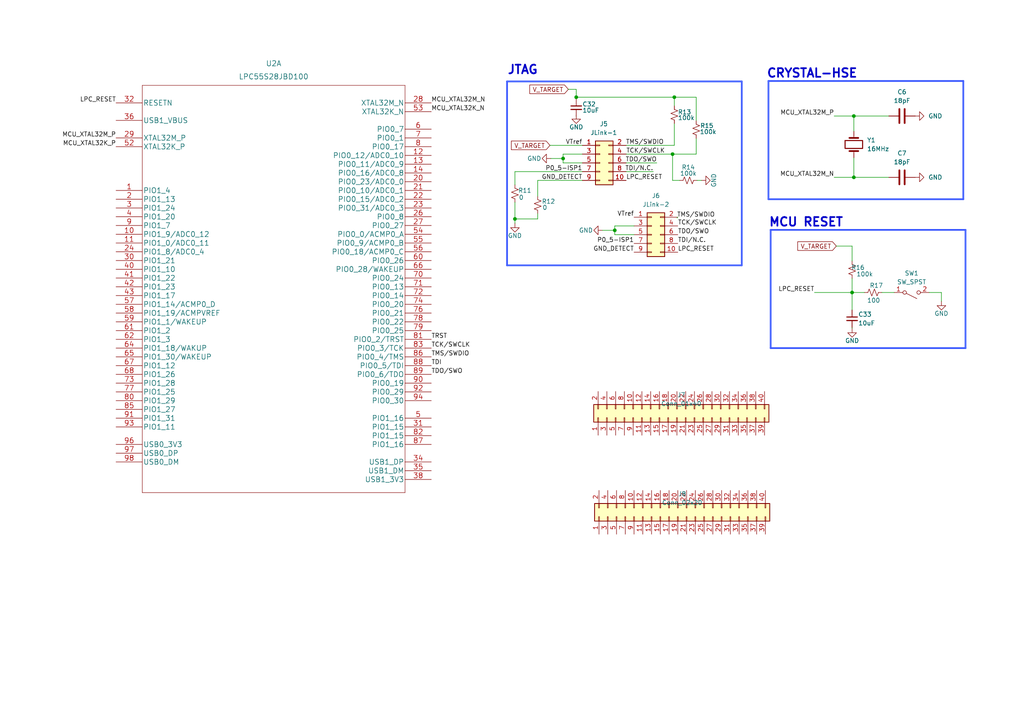
<source format=kicad_sch>
(kicad_sch (version 20211123) (generator eeschema)

  (uuid 60e2d5cb-13e7-4686-b5e1-1a9d135e8ca3)

  (paper "A4")

  (lib_symbols
    (symbol "Connector_Generic:Conn_02x05_Odd_Even" (pin_names (offset 1.016) hide) (in_bom yes) (on_board yes)
      (property "Reference" "J" (id 0) (at 1.27 7.62 0)
        (effects (font (size 1.27 1.27)))
      )
      (property "Value" "Conn_02x05_Odd_Even" (id 1) (at 1.27 -7.62 0)
        (effects (font (size 1.27 1.27)))
      )
      (property "Footprint" "" (id 2) (at 0 0 0)
        (effects (font (size 1.27 1.27)) hide)
      )
      (property "Datasheet" "~" (id 3) (at 0 0 0)
        (effects (font (size 1.27 1.27)) hide)
      )
      (property "ki_keywords" "connector" (id 4) (at 0 0 0)
        (effects (font (size 1.27 1.27)) hide)
      )
      (property "ki_description" "Generic connector, double row, 02x05, odd/even pin numbering scheme (row 1 odd numbers, row 2 even numbers), script generated (kicad-library-utils/schlib/autogen/connector/)" (id 5) (at 0 0 0)
        (effects (font (size 1.27 1.27)) hide)
      )
      (property "ki_fp_filters" "Connector*:*_2x??_*" (id 6) (at 0 0 0)
        (effects (font (size 1.27 1.27)) hide)
      )
      (symbol "Conn_02x05_Odd_Even_1_1"
        (rectangle (start -1.27 -4.953) (end 0 -5.207)
          (stroke (width 0.1524) (type default) (color 0 0 0 0))
          (fill (type none))
        )
        (rectangle (start -1.27 -2.413) (end 0 -2.667)
          (stroke (width 0.1524) (type default) (color 0 0 0 0))
          (fill (type none))
        )
        (rectangle (start -1.27 0.127) (end 0 -0.127)
          (stroke (width 0.1524) (type default) (color 0 0 0 0))
          (fill (type none))
        )
        (rectangle (start -1.27 2.667) (end 0 2.413)
          (stroke (width 0.1524) (type default) (color 0 0 0 0))
          (fill (type none))
        )
        (rectangle (start -1.27 5.207) (end 0 4.953)
          (stroke (width 0.1524) (type default) (color 0 0 0 0))
          (fill (type none))
        )
        (rectangle (start -1.27 6.35) (end 3.81 -6.35)
          (stroke (width 0.254) (type default) (color 0 0 0 0))
          (fill (type background))
        )
        (rectangle (start 3.81 -4.953) (end 2.54 -5.207)
          (stroke (width 0.1524) (type default) (color 0 0 0 0))
          (fill (type none))
        )
        (rectangle (start 3.81 -2.413) (end 2.54 -2.667)
          (stroke (width 0.1524) (type default) (color 0 0 0 0))
          (fill (type none))
        )
        (rectangle (start 3.81 0.127) (end 2.54 -0.127)
          (stroke (width 0.1524) (type default) (color 0 0 0 0))
          (fill (type none))
        )
        (rectangle (start 3.81 2.667) (end 2.54 2.413)
          (stroke (width 0.1524) (type default) (color 0 0 0 0))
          (fill (type none))
        )
        (rectangle (start 3.81 5.207) (end 2.54 4.953)
          (stroke (width 0.1524) (type default) (color 0 0 0 0))
          (fill (type none))
        )
        (pin passive line (at -5.08 5.08 0) (length 3.81)
          (name "Pin_1" (effects (font (size 1.27 1.27))))
          (number "1" (effects (font (size 1.27 1.27))))
        )
        (pin passive line (at 7.62 -5.08 180) (length 3.81)
          (name "Pin_10" (effects (font (size 1.27 1.27))))
          (number "10" (effects (font (size 1.27 1.27))))
        )
        (pin passive line (at 7.62 5.08 180) (length 3.81)
          (name "Pin_2" (effects (font (size 1.27 1.27))))
          (number "2" (effects (font (size 1.27 1.27))))
        )
        (pin passive line (at -5.08 2.54 0) (length 3.81)
          (name "Pin_3" (effects (font (size 1.27 1.27))))
          (number "3" (effects (font (size 1.27 1.27))))
        )
        (pin passive line (at 7.62 2.54 180) (length 3.81)
          (name "Pin_4" (effects (font (size 1.27 1.27))))
          (number "4" (effects (font (size 1.27 1.27))))
        )
        (pin passive line (at -5.08 0 0) (length 3.81)
          (name "Pin_5" (effects (font (size 1.27 1.27))))
          (number "5" (effects (font (size 1.27 1.27))))
        )
        (pin passive line (at 7.62 0 180) (length 3.81)
          (name "Pin_6" (effects (font (size 1.27 1.27))))
          (number "6" (effects (font (size 1.27 1.27))))
        )
        (pin passive line (at -5.08 -2.54 0) (length 3.81)
          (name "Pin_7" (effects (font (size 1.27 1.27))))
          (number "7" (effects (font (size 1.27 1.27))))
        )
        (pin passive line (at 7.62 -2.54 180) (length 3.81)
          (name "Pin_8" (effects (font (size 1.27 1.27))))
          (number "8" (effects (font (size 1.27 1.27))))
        )
        (pin passive line (at -5.08 -5.08 0) (length 3.81)
          (name "Pin_9" (effects (font (size 1.27 1.27))))
          (number "9" (effects (font (size 1.27 1.27))))
        )
      )
    )
    (symbol "Connector_Generic:Conn_02x20_Odd_Even" (pin_names (offset 1.016) hide) (in_bom yes) (on_board yes)
      (property "Reference" "J" (id 0) (at 1.27 25.4 0)
        (effects (font (size 1.27 1.27)))
      )
      (property "Value" "Conn_02x20_Odd_Even" (id 1) (at 1.27 -27.94 0)
        (effects (font (size 1.27 1.27)))
      )
      (property "Footprint" "" (id 2) (at 0 0 0)
        (effects (font (size 1.27 1.27)) hide)
      )
      (property "Datasheet" "~" (id 3) (at 0 0 0)
        (effects (font (size 1.27 1.27)) hide)
      )
      (property "ki_keywords" "connector" (id 4) (at 0 0 0)
        (effects (font (size 1.27 1.27)) hide)
      )
      (property "ki_description" "Generic connector, double row, 02x20, odd/even pin numbering scheme (row 1 odd numbers, row 2 even numbers), script generated (kicad-library-utils/schlib/autogen/connector/)" (id 5) (at 0 0 0)
        (effects (font (size 1.27 1.27)) hide)
      )
      (property "ki_fp_filters" "Connector*:*_2x??_*" (id 6) (at 0 0 0)
        (effects (font (size 1.27 1.27)) hide)
      )
      (symbol "Conn_02x20_Odd_Even_1_1"
        (rectangle (start -1.27 -25.273) (end 0 -25.527)
          (stroke (width 0.1524) (type default) (color 0 0 0 0))
          (fill (type none))
        )
        (rectangle (start -1.27 -22.733) (end 0 -22.987)
          (stroke (width 0.1524) (type default) (color 0 0 0 0))
          (fill (type none))
        )
        (rectangle (start -1.27 -20.193) (end 0 -20.447)
          (stroke (width 0.1524) (type default) (color 0 0 0 0))
          (fill (type none))
        )
        (rectangle (start -1.27 -17.653) (end 0 -17.907)
          (stroke (width 0.1524) (type default) (color 0 0 0 0))
          (fill (type none))
        )
        (rectangle (start -1.27 -15.113) (end 0 -15.367)
          (stroke (width 0.1524) (type default) (color 0 0 0 0))
          (fill (type none))
        )
        (rectangle (start -1.27 -12.573) (end 0 -12.827)
          (stroke (width 0.1524) (type default) (color 0 0 0 0))
          (fill (type none))
        )
        (rectangle (start -1.27 -10.033) (end 0 -10.287)
          (stroke (width 0.1524) (type default) (color 0 0 0 0))
          (fill (type none))
        )
        (rectangle (start -1.27 -7.493) (end 0 -7.747)
          (stroke (width 0.1524) (type default) (color 0 0 0 0))
          (fill (type none))
        )
        (rectangle (start -1.27 -4.953) (end 0 -5.207)
          (stroke (width 0.1524) (type default) (color 0 0 0 0))
          (fill (type none))
        )
        (rectangle (start -1.27 -2.413) (end 0 -2.667)
          (stroke (width 0.1524) (type default) (color 0 0 0 0))
          (fill (type none))
        )
        (rectangle (start -1.27 0.127) (end 0 -0.127)
          (stroke (width 0.1524) (type default) (color 0 0 0 0))
          (fill (type none))
        )
        (rectangle (start -1.27 2.667) (end 0 2.413)
          (stroke (width 0.1524) (type default) (color 0 0 0 0))
          (fill (type none))
        )
        (rectangle (start -1.27 5.207) (end 0 4.953)
          (stroke (width 0.1524) (type default) (color 0 0 0 0))
          (fill (type none))
        )
        (rectangle (start -1.27 7.747) (end 0 7.493)
          (stroke (width 0.1524) (type default) (color 0 0 0 0))
          (fill (type none))
        )
        (rectangle (start -1.27 10.287) (end 0 10.033)
          (stroke (width 0.1524) (type default) (color 0 0 0 0))
          (fill (type none))
        )
        (rectangle (start -1.27 12.827) (end 0 12.573)
          (stroke (width 0.1524) (type default) (color 0 0 0 0))
          (fill (type none))
        )
        (rectangle (start -1.27 15.367) (end 0 15.113)
          (stroke (width 0.1524) (type default) (color 0 0 0 0))
          (fill (type none))
        )
        (rectangle (start -1.27 17.907) (end 0 17.653)
          (stroke (width 0.1524) (type default) (color 0 0 0 0))
          (fill (type none))
        )
        (rectangle (start -1.27 20.447) (end 0 20.193)
          (stroke (width 0.1524) (type default) (color 0 0 0 0))
          (fill (type none))
        )
        (rectangle (start -1.27 22.987) (end 0 22.733)
          (stroke (width 0.1524) (type default) (color 0 0 0 0))
          (fill (type none))
        )
        (rectangle (start -1.27 24.13) (end 3.81 -26.67)
          (stroke (width 0.254) (type default) (color 0 0 0 0))
          (fill (type background))
        )
        (rectangle (start 3.81 -25.273) (end 2.54 -25.527)
          (stroke (width 0.1524) (type default) (color 0 0 0 0))
          (fill (type none))
        )
        (rectangle (start 3.81 -22.733) (end 2.54 -22.987)
          (stroke (width 0.1524) (type default) (color 0 0 0 0))
          (fill (type none))
        )
        (rectangle (start 3.81 -20.193) (end 2.54 -20.447)
          (stroke (width 0.1524) (type default) (color 0 0 0 0))
          (fill (type none))
        )
        (rectangle (start 3.81 -17.653) (end 2.54 -17.907)
          (stroke (width 0.1524) (type default) (color 0 0 0 0))
          (fill (type none))
        )
        (rectangle (start 3.81 -15.113) (end 2.54 -15.367)
          (stroke (width 0.1524) (type default) (color 0 0 0 0))
          (fill (type none))
        )
        (rectangle (start 3.81 -12.573) (end 2.54 -12.827)
          (stroke (width 0.1524) (type default) (color 0 0 0 0))
          (fill (type none))
        )
        (rectangle (start 3.81 -10.033) (end 2.54 -10.287)
          (stroke (width 0.1524) (type default) (color 0 0 0 0))
          (fill (type none))
        )
        (rectangle (start 3.81 -7.493) (end 2.54 -7.747)
          (stroke (width 0.1524) (type default) (color 0 0 0 0))
          (fill (type none))
        )
        (rectangle (start 3.81 -4.953) (end 2.54 -5.207)
          (stroke (width 0.1524) (type default) (color 0 0 0 0))
          (fill (type none))
        )
        (rectangle (start 3.81 -2.413) (end 2.54 -2.667)
          (stroke (width 0.1524) (type default) (color 0 0 0 0))
          (fill (type none))
        )
        (rectangle (start 3.81 0.127) (end 2.54 -0.127)
          (stroke (width 0.1524) (type default) (color 0 0 0 0))
          (fill (type none))
        )
        (rectangle (start 3.81 2.667) (end 2.54 2.413)
          (stroke (width 0.1524) (type default) (color 0 0 0 0))
          (fill (type none))
        )
        (rectangle (start 3.81 5.207) (end 2.54 4.953)
          (stroke (width 0.1524) (type default) (color 0 0 0 0))
          (fill (type none))
        )
        (rectangle (start 3.81 7.747) (end 2.54 7.493)
          (stroke (width 0.1524) (type default) (color 0 0 0 0))
          (fill (type none))
        )
        (rectangle (start 3.81 10.287) (end 2.54 10.033)
          (stroke (width 0.1524) (type default) (color 0 0 0 0))
          (fill (type none))
        )
        (rectangle (start 3.81 12.827) (end 2.54 12.573)
          (stroke (width 0.1524) (type default) (color 0 0 0 0))
          (fill (type none))
        )
        (rectangle (start 3.81 15.367) (end 2.54 15.113)
          (stroke (width 0.1524) (type default) (color 0 0 0 0))
          (fill (type none))
        )
        (rectangle (start 3.81 17.907) (end 2.54 17.653)
          (stroke (width 0.1524) (type default) (color 0 0 0 0))
          (fill (type none))
        )
        (rectangle (start 3.81 20.447) (end 2.54 20.193)
          (stroke (width 0.1524) (type default) (color 0 0 0 0))
          (fill (type none))
        )
        (rectangle (start 3.81 22.987) (end 2.54 22.733)
          (stroke (width 0.1524) (type default) (color 0 0 0 0))
          (fill (type none))
        )
        (pin passive line (at -5.08 22.86 0) (length 3.81)
          (name "Pin_1" (effects (font (size 1.27 1.27))))
          (number "1" (effects (font (size 1.27 1.27))))
        )
        (pin passive line (at 7.62 12.7 180) (length 3.81)
          (name "Pin_10" (effects (font (size 1.27 1.27))))
          (number "10" (effects (font (size 1.27 1.27))))
        )
        (pin passive line (at -5.08 10.16 0) (length 3.81)
          (name "Pin_11" (effects (font (size 1.27 1.27))))
          (number "11" (effects (font (size 1.27 1.27))))
        )
        (pin passive line (at 7.62 10.16 180) (length 3.81)
          (name "Pin_12" (effects (font (size 1.27 1.27))))
          (number "12" (effects (font (size 1.27 1.27))))
        )
        (pin passive line (at -5.08 7.62 0) (length 3.81)
          (name "Pin_13" (effects (font (size 1.27 1.27))))
          (number "13" (effects (font (size 1.27 1.27))))
        )
        (pin passive line (at 7.62 7.62 180) (length 3.81)
          (name "Pin_14" (effects (font (size 1.27 1.27))))
          (number "14" (effects (font (size 1.27 1.27))))
        )
        (pin passive line (at -5.08 5.08 0) (length 3.81)
          (name "Pin_15" (effects (font (size 1.27 1.27))))
          (number "15" (effects (font (size 1.27 1.27))))
        )
        (pin passive line (at 7.62 5.08 180) (length 3.81)
          (name "Pin_16" (effects (font (size 1.27 1.27))))
          (number "16" (effects (font (size 1.27 1.27))))
        )
        (pin passive line (at -5.08 2.54 0) (length 3.81)
          (name "Pin_17" (effects (font (size 1.27 1.27))))
          (number "17" (effects (font (size 1.27 1.27))))
        )
        (pin passive line (at 7.62 2.54 180) (length 3.81)
          (name "Pin_18" (effects (font (size 1.27 1.27))))
          (number "18" (effects (font (size 1.27 1.27))))
        )
        (pin passive line (at -5.08 0 0) (length 3.81)
          (name "Pin_19" (effects (font (size 1.27 1.27))))
          (number "19" (effects (font (size 1.27 1.27))))
        )
        (pin passive line (at 7.62 22.86 180) (length 3.81)
          (name "Pin_2" (effects (font (size 1.27 1.27))))
          (number "2" (effects (font (size 1.27 1.27))))
        )
        (pin passive line (at 7.62 0 180) (length 3.81)
          (name "Pin_20" (effects (font (size 1.27 1.27))))
          (number "20" (effects (font (size 1.27 1.27))))
        )
        (pin passive line (at -5.08 -2.54 0) (length 3.81)
          (name "Pin_21" (effects (font (size 1.27 1.27))))
          (number "21" (effects (font (size 1.27 1.27))))
        )
        (pin passive line (at 7.62 -2.54 180) (length 3.81)
          (name "Pin_22" (effects (font (size 1.27 1.27))))
          (number "22" (effects (font (size 1.27 1.27))))
        )
        (pin passive line (at -5.08 -5.08 0) (length 3.81)
          (name "Pin_23" (effects (font (size 1.27 1.27))))
          (number "23" (effects (font (size 1.27 1.27))))
        )
        (pin passive line (at 7.62 -5.08 180) (length 3.81)
          (name "Pin_24" (effects (font (size 1.27 1.27))))
          (number "24" (effects (font (size 1.27 1.27))))
        )
        (pin passive line (at -5.08 -7.62 0) (length 3.81)
          (name "Pin_25" (effects (font (size 1.27 1.27))))
          (number "25" (effects (font (size 1.27 1.27))))
        )
        (pin passive line (at 7.62 -7.62 180) (length 3.81)
          (name "Pin_26" (effects (font (size 1.27 1.27))))
          (number "26" (effects (font (size 1.27 1.27))))
        )
        (pin passive line (at -5.08 -10.16 0) (length 3.81)
          (name "Pin_27" (effects (font (size 1.27 1.27))))
          (number "27" (effects (font (size 1.27 1.27))))
        )
        (pin passive line (at 7.62 -10.16 180) (length 3.81)
          (name "Pin_28" (effects (font (size 1.27 1.27))))
          (number "28" (effects (font (size 1.27 1.27))))
        )
        (pin passive line (at -5.08 -12.7 0) (length 3.81)
          (name "Pin_29" (effects (font (size 1.27 1.27))))
          (number "29" (effects (font (size 1.27 1.27))))
        )
        (pin passive line (at -5.08 20.32 0) (length 3.81)
          (name "Pin_3" (effects (font (size 1.27 1.27))))
          (number "3" (effects (font (size 1.27 1.27))))
        )
        (pin passive line (at 7.62 -12.7 180) (length 3.81)
          (name "Pin_30" (effects (font (size 1.27 1.27))))
          (number "30" (effects (font (size 1.27 1.27))))
        )
        (pin passive line (at -5.08 -15.24 0) (length 3.81)
          (name "Pin_31" (effects (font (size 1.27 1.27))))
          (number "31" (effects (font (size 1.27 1.27))))
        )
        (pin passive line (at 7.62 -15.24 180) (length 3.81)
          (name "Pin_32" (effects (font (size 1.27 1.27))))
          (number "32" (effects (font (size 1.27 1.27))))
        )
        (pin passive line (at -5.08 -17.78 0) (length 3.81)
          (name "Pin_33" (effects (font (size 1.27 1.27))))
          (number "33" (effects (font (size 1.27 1.27))))
        )
        (pin passive line (at 7.62 -17.78 180) (length 3.81)
          (name "Pin_34" (effects (font (size 1.27 1.27))))
          (number "34" (effects (font (size 1.27 1.27))))
        )
        (pin passive line (at -5.08 -20.32 0) (length 3.81)
          (name "Pin_35" (effects (font (size 1.27 1.27))))
          (number "35" (effects (font (size 1.27 1.27))))
        )
        (pin passive line (at 7.62 -20.32 180) (length 3.81)
          (name "Pin_36" (effects (font (size 1.27 1.27))))
          (number "36" (effects (font (size 1.27 1.27))))
        )
        (pin passive line (at -5.08 -22.86 0) (length 3.81)
          (name "Pin_37" (effects (font (size 1.27 1.27))))
          (number "37" (effects (font (size 1.27 1.27))))
        )
        (pin passive line (at 7.62 -22.86 180) (length 3.81)
          (name "Pin_38" (effects (font (size 1.27 1.27))))
          (number "38" (effects (font (size 1.27 1.27))))
        )
        (pin passive line (at -5.08 -25.4 0) (length 3.81)
          (name "Pin_39" (effects (font (size 1.27 1.27))))
          (number "39" (effects (font (size 1.27 1.27))))
        )
        (pin passive line (at 7.62 20.32 180) (length 3.81)
          (name "Pin_4" (effects (font (size 1.27 1.27))))
          (number "4" (effects (font (size 1.27 1.27))))
        )
        (pin passive line (at 7.62 -25.4 180) (length 3.81)
          (name "Pin_40" (effects (font (size 1.27 1.27))))
          (number "40" (effects (font (size 1.27 1.27))))
        )
        (pin passive line (at -5.08 17.78 0) (length 3.81)
          (name "Pin_5" (effects (font (size 1.27 1.27))))
          (number "5" (effects (font (size 1.27 1.27))))
        )
        (pin passive line (at 7.62 17.78 180) (length 3.81)
          (name "Pin_6" (effects (font (size 1.27 1.27))))
          (number "6" (effects (font (size 1.27 1.27))))
        )
        (pin passive line (at -5.08 15.24 0) (length 3.81)
          (name "Pin_7" (effects (font (size 1.27 1.27))))
          (number "7" (effects (font (size 1.27 1.27))))
        )
        (pin passive line (at 7.62 15.24 180) (length 3.81)
          (name "Pin_8" (effects (font (size 1.27 1.27))))
          (number "8" (effects (font (size 1.27 1.27))))
        )
        (pin passive line (at -5.08 12.7 0) (length 3.81)
          (name "Pin_9" (effects (font (size 1.27 1.27))))
          (number "9" (effects (font (size 1.27 1.27))))
        )
      )
    )
    (symbol "Device:C" (pin_numbers hide) (pin_names (offset 0.254)) (in_bom yes) (on_board yes)
      (property "Reference" "C" (id 0) (at 0.635 2.54 0)
        (effects (font (size 1.27 1.27)) (justify left))
      )
      (property "Value" "C" (id 1) (at 0.635 -2.54 0)
        (effects (font (size 1.27 1.27)) (justify left))
      )
      (property "Footprint" "" (id 2) (at 0.9652 -3.81 0)
        (effects (font (size 1.27 1.27)) hide)
      )
      (property "Datasheet" "~" (id 3) (at 0 0 0)
        (effects (font (size 1.27 1.27)) hide)
      )
      (property "ki_keywords" "cap capacitor" (id 4) (at 0 0 0)
        (effects (font (size 1.27 1.27)) hide)
      )
      (property "ki_description" "Unpolarized capacitor" (id 5) (at 0 0 0)
        (effects (font (size 1.27 1.27)) hide)
      )
      (property "ki_fp_filters" "C_*" (id 6) (at 0 0 0)
        (effects (font (size 1.27 1.27)) hide)
      )
      (symbol "C_0_1"
        (polyline
          (pts
            (xy -2.032 -0.762)
            (xy 2.032 -0.762)
          )
          (stroke (width 0.508) (type default) (color 0 0 0 0))
          (fill (type none))
        )
        (polyline
          (pts
            (xy -2.032 0.762)
            (xy 2.032 0.762)
          )
          (stroke (width 0.508) (type default) (color 0 0 0 0))
          (fill (type none))
        )
      )
      (symbol "C_1_1"
        (pin passive line (at 0 3.81 270) (length 2.794)
          (name "~" (effects (font (size 1.27 1.27))))
          (number "1" (effects (font (size 1.27 1.27))))
        )
        (pin passive line (at 0 -3.81 90) (length 2.794)
          (name "~" (effects (font (size 1.27 1.27))))
          (number "2" (effects (font (size 1.27 1.27))))
        )
      )
    )
    (symbol "Device:C_Small" (pin_numbers hide) (pin_names (offset 0.254) hide) (in_bom yes) (on_board yes)
      (property "Reference" "C" (id 0) (at 0.254 1.778 0)
        (effects (font (size 1.27 1.27)) (justify left))
      )
      (property "Value" "C_Small" (id 1) (at 0.254 -2.032 0)
        (effects (font (size 1.27 1.27)) (justify left))
      )
      (property "Footprint" "" (id 2) (at 0 0 0)
        (effects (font (size 1.27 1.27)) hide)
      )
      (property "Datasheet" "~" (id 3) (at 0 0 0)
        (effects (font (size 1.27 1.27)) hide)
      )
      (property "ki_keywords" "capacitor cap" (id 4) (at 0 0 0)
        (effects (font (size 1.27 1.27)) hide)
      )
      (property "ki_description" "Unpolarized capacitor, small symbol" (id 5) (at 0 0 0)
        (effects (font (size 1.27 1.27)) hide)
      )
      (property "ki_fp_filters" "C_*" (id 6) (at 0 0 0)
        (effects (font (size 1.27 1.27)) hide)
      )
      (symbol "C_Small_0_1"
        (polyline
          (pts
            (xy -1.524 -0.508)
            (xy 1.524 -0.508)
          )
          (stroke (width 0.3302) (type default) (color 0 0 0 0))
          (fill (type none))
        )
        (polyline
          (pts
            (xy -1.524 0.508)
            (xy 1.524 0.508)
          )
          (stroke (width 0.3048) (type default) (color 0 0 0 0))
          (fill (type none))
        )
      )
      (symbol "C_Small_1_1"
        (pin passive line (at 0 2.54 270) (length 2.032)
          (name "~" (effects (font (size 1.27 1.27))))
          (number "1" (effects (font (size 1.27 1.27))))
        )
        (pin passive line (at 0 -2.54 90) (length 2.032)
          (name "~" (effects (font (size 1.27 1.27))))
          (number "2" (effects (font (size 1.27 1.27))))
        )
      )
    )
    (symbol "Device:Crystal" (pin_numbers hide) (pin_names (offset 1.016) hide) (in_bom yes) (on_board yes)
      (property "Reference" "Y" (id 0) (at 0 3.81 0)
        (effects (font (size 1.27 1.27)))
      )
      (property "Value" "Crystal" (id 1) (at 0 -3.81 0)
        (effects (font (size 1.27 1.27)))
      )
      (property "Footprint" "" (id 2) (at 0 0 0)
        (effects (font (size 1.27 1.27)) hide)
      )
      (property "Datasheet" "~" (id 3) (at 0 0 0)
        (effects (font (size 1.27 1.27)) hide)
      )
      (property "ki_keywords" "quartz ceramic resonator oscillator" (id 4) (at 0 0 0)
        (effects (font (size 1.27 1.27)) hide)
      )
      (property "ki_description" "Two pin crystal" (id 5) (at 0 0 0)
        (effects (font (size 1.27 1.27)) hide)
      )
      (property "ki_fp_filters" "Crystal*" (id 6) (at 0 0 0)
        (effects (font (size 1.27 1.27)) hide)
      )
      (symbol "Crystal_0_1"
        (rectangle (start -1.143 2.54) (end 1.143 -2.54)
          (stroke (width 0.3048) (type default) (color 0 0 0 0))
          (fill (type none))
        )
        (polyline
          (pts
            (xy -2.54 0)
            (xy -1.905 0)
          )
          (stroke (width 0) (type default) (color 0 0 0 0))
          (fill (type none))
        )
        (polyline
          (pts
            (xy -1.905 -1.27)
            (xy -1.905 1.27)
          )
          (stroke (width 0.508) (type default) (color 0 0 0 0))
          (fill (type none))
        )
        (polyline
          (pts
            (xy 1.905 -1.27)
            (xy 1.905 1.27)
          )
          (stroke (width 0.508) (type default) (color 0 0 0 0))
          (fill (type none))
        )
        (polyline
          (pts
            (xy 2.54 0)
            (xy 1.905 0)
          )
          (stroke (width 0) (type default) (color 0 0 0 0))
          (fill (type none))
        )
      )
      (symbol "Crystal_1_1"
        (pin passive line (at -3.81 0 0) (length 1.27)
          (name "1" (effects (font (size 1.27 1.27))))
          (number "1" (effects (font (size 1.27 1.27))))
        )
        (pin passive line (at 3.81 0 180) (length 1.27)
          (name "2" (effects (font (size 1.27 1.27))))
          (number "2" (effects (font (size 1.27 1.27))))
        )
      )
    )
    (symbol "Device:R_Small_US" (pin_numbers hide) (pin_names (offset 0.254) hide) (in_bom yes) (on_board yes)
      (property "Reference" "R" (id 0) (at 0.762 0.508 0)
        (effects (font (size 1.27 1.27)) (justify left))
      )
      (property "Value" "R_Small_US" (id 1) (at 0.762 -1.016 0)
        (effects (font (size 1.27 1.27)) (justify left))
      )
      (property "Footprint" "" (id 2) (at 0 0 0)
        (effects (font (size 1.27 1.27)) hide)
      )
      (property "Datasheet" "~" (id 3) (at 0 0 0)
        (effects (font (size 1.27 1.27)) hide)
      )
      (property "ki_keywords" "r resistor" (id 4) (at 0 0 0)
        (effects (font (size 1.27 1.27)) hide)
      )
      (property "ki_description" "Resistor, small US symbol" (id 5) (at 0 0 0)
        (effects (font (size 1.27 1.27)) hide)
      )
      (property "ki_fp_filters" "R_*" (id 6) (at 0 0 0)
        (effects (font (size 1.27 1.27)) hide)
      )
      (symbol "R_Small_US_1_1"
        (polyline
          (pts
            (xy 0 0)
            (xy 1.016 -0.381)
            (xy 0 -0.762)
            (xy -1.016 -1.143)
            (xy 0 -1.524)
          )
          (stroke (width 0) (type default) (color 0 0 0 0))
          (fill (type none))
        )
        (polyline
          (pts
            (xy 0 1.524)
            (xy 1.016 1.143)
            (xy 0 0.762)
            (xy -1.016 0.381)
            (xy 0 0)
          )
          (stroke (width 0) (type default) (color 0 0 0 0))
          (fill (type none))
        )
        (pin passive line (at 0 2.54 270) (length 1.016)
          (name "~" (effects (font (size 1.27 1.27))))
          (number "1" (effects (font (size 1.27 1.27))))
        )
        (pin passive line (at 0 -2.54 90) (length 1.016)
          (name "~" (effects (font (size 1.27 1.27))))
          (number "2" (effects (font (size 1.27 1.27))))
        )
      )
    )
    (symbol "Switch:SW_SPST" (pin_names (offset 0) hide) (in_bom yes) (on_board yes)
      (property "Reference" "SW" (id 0) (at 0 3.175 0)
        (effects (font (size 1.27 1.27)))
      )
      (property "Value" "SW_SPST" (id 1) (at 0 -2.54 0)
        (effects (font (size 1.27 1.27)))
      )
      (property "Footprint" "" (id 2) (at 0 0 0)
        (effects (font (size 1.27 1.27)) hide)
      )
      (property "Datasheet" "~" (id 3) (at 0 0 0)
        (effects (font (size 1.27 1.27)) hide)
      )
      (property "ki_keywords" "switch lever" (id 4) (at 0 0 0)
        (effects (font (size 1.27 1.27)) hide)
      )
      (property "ki_description" "Single Pole Single Throw (SPST) switch" (id 5) (at 0 0 0)
        (effects (font (size 1.27 1.27)) hide)
      )
      (symbol "SW_SPST_0_0"
        (circle (center -2.032 0) (radius 0.508)
          (stroke (width 0) (type default) (color 0 0 0 0))
          (fill (type none))
        )
        (polyline
          (pts
            (xy -1.524 0.254)
            (xy 1.524 1.778)
          )
          (stroke (width 0) (type default) (color 0 0 0 0))
          (fill (type none))
        )
        (circle (center 2.032 0) (radius 0.508)
          (stroke (width 0) (type default) (color 0 0 0 0))
          (fill (type none))
        )
      )
      (symbol "SW_SPST_1_1"
        (pin passive line (at -5.08 0 0) (length 2.54)
          (name "A" (effects (font (size 1.27 1.27))))
          (number "1" (effects (font (size 1.27 1.27))))
        )
        (pin passive line (at 5.08 0 180) (length 2.54)
          (name "B" (effects (font (size 1.27 1.27))))
          (number "2" (effects (font (size 1.27 1.27))))
        )
      )
    )
    (symbol "erkan-hw:LPC55S28JBD100" (pin_names (offset 0.254)) (in_bom yes) (on_board yes)
      (property "Reference" "U" (id 0) (at 16.51 8.89 0)
        (effects (font (size 1.524 1.524)))
      )
      (property "Value" "LPC55S28JBD100" (id 1) (at 16.51 6.35 0)
        (effects (font (size 1.524 1.524)))
      )
      (property "Footprint" "HLQFP100" (id 2) (at 16.51 4.826 0)
        (effects (font (size 1.524 1.524)) hide)
      )
      (property "Datasheet" "" (id 3) (at 24.13 5.08 0)
        (effects (font (size 1.524 1.524)))
      )
      (property "ki_fp_filters" "HLQFP100 HLQFP100-M HLQFP100-L" (id 4) (at 0 0 0)
        (effects (font (size 1.27 1.27)) hide)
      )
      (symbol "LPC55S28JBD100_1_1"
        (polyline
          (pts
            (xy 24.13 -113.03)
            (xy 100.33 -113.03)
          )
          (stroke (width 0.127) (type default) (color 0 0 0 0))
          (fill (type none))
        )
        (polyline
          (pts
            (xy 24.13 5.08)
            (xy 24.13 -113.03)
          )
          (stroke (width 0.127) (type default) (color 0 0 0 0))
          (fill (type none))
        )
        (polyline
          (pts
            (xy 100.33 -113.03)
            (xy 100.33 5.08)
          )
          (stroke (width 0.127) (type default) (color 0 0 0 0))
          (fill (type none))
        )
        (polyline
          (pts
            (xy 100.33 5.08)
            (xy 24.13 5.08)
          )
          (stroke (width 0.127) (type default) (color 0 0 0 0))
          (fill (type none))
        )
        (pin bidirectional line (at 16.51 -25.4 0) (length 7.62)
          (name "PIO1_4" (effects (font (size 1.4986 1.4986))))
          (number "1" (effects (font (size 1.4986 1.4986))))
        )
        (pin bidirectional line (at 16.51 -38.1 0) (length 7.62)
          (name "PIO1_9/ADC0_12" (effects (font (size 1.4986 1.4986))))
          (number "10" (effects (font (size 1.4986 1.4986))))
        )
        (pin bidirectional line (at 16.51 -40.64 0) (length 7.62)
          (name "PIO1_0/ADC0_11" (effects (font (size 1.4986 1.4986))))
          (number "11" (effects (font (size 1.4986 1.4986))))
        )
        (pin bidirectional line (at 107.95 -15.24 180) (length 7.62)
          (name "PIO0_12/ADC0_10" (effects (font (size 1.4986 1.4986))))
          (number "12" (effects (font (size 1.4986 1.4986))))
        )
        (pin bidirectional line (at 107.95 -17.78 180) (length 7.62)
          (name "PIO0_11/ADC0_9" (effects (font (size 1.4986 1.4986))))
          (number "13" (effects (font (size 1.4986 1.4986))))
        )
        (pin bidirectional line (at 107.95 -20.32 180) (length 7.62)
          (name "PIO0_16/ADC0_8" (effects (font (size 1.4986 1.4986))))
          (number "14" (effects (font (size 1.4986 1.4986))))
        )
        (pin bidirectional line (at 16.51 -27.94 0) (length 7.62)
          (name "PIO1_13" (effects (font (size 1.4986 1.4986))))
          (number "2" (effects (font (size 1.4986 1.4986))))
        )
        (pin bidirectional line (at 107.95 -22.86 180) (length 7.62)
          (name "PIO0_23/ADC0_0" (effects (font (size 1.4986 1.4986))))
          (number "20" (effects (font (size 1.4986 1.4986))))
        )
        (pin bidirectional line (at 107.95 -25.4 180) (length 7.62)
          (name "PIO0_10/ADC0_1" (effects (font (size 1.4986 1.4986))))
          (number "21" (effects (font (size 1.4986 1.4986))))
        )
        (pin bidirectional line (at 107.95 -27.94 180) (length 7.62)
          (name "PIO0_15/ADC0_2" (effects (font (size 1.4986 1.4986))))
          (number "22" (effects (font (size 1.4986 1.4986))))
        )
        (pin bidirectional line (at 107.95 -30.48 180) (length 7.62)
          (name "PIO0_31/ADC0_3" (effects (font (size 1.4986 1.4986))))
          (number "23" (effects (font (size 1.4986 1.4986))))
        )
        (pin bidirectional line (at 16.51 -43.18 0) (length 7.62)
          (name "PIO1_8/ADC0_4" (effects (font (size 1.4986 1.4986))))
          (number "24" (effects (font (size 1.4986 1.4986))))
        )
        (pin bidirectional line (at 107.95 -33.02 180) (length 7.62)
          (name "PIO0_8" (effects (font (size 1.4986 1.4986))))
          (number "26" (effects (font (size 1.4986 1.4986))))
        )
        (pin bidirectional line (at 107.95 -35.56 180) (length 7.62)
          (name "PIO0_27" (effects (font (size 1.4986 1.4986))))
          (number "27" (effects (font (size 1.4986 1.4986))))
        )
        (pin output line (at 107.95 0 180) (length 7.62)
          (name "XTAL32M_N" (effects (font (size 1.4986 1.4986))))
          (number "28" (effects (font (size 1.4986 1.4986))))
        )
        (pin input line (at 16.51 -10.16 0) (length 7.62)
          (name "XTAL32M_P" (effects (font (size 1.4986 1.4986))))
          (number "29" (effects (font (size 1.4986 1.4986))))
        )
        (pin bidirectional line (at 16.51 -30.48 0) (length 7.62)
          (name "PIO1_24" (effects (font (size 1.4986 1.4986))))
          (number "3" (effects (font (size 1.4986 1.4986))))
        )
        (pin bidirectional line (at 16.51 -45.72 0) (length 7.62)
          (name "PIO1_21" (effects (font (size 1.4986 1.4986))))
          (number "30" (effects (font (size 1.4986 1.4986))))
        )
        (pin bidirectional line (at 107.95 -93.98 180) (length 7.62)
          (name "PIO1_15" (effects (font (size 1.4986 1.4986))))
          (number "31" (effects (font (size 1.4986 1.4986))))
        )
        (pin input line (at 16.51 0 0) (length 7.62)
          (name "RESETN" (effects (font (size 1.4986 1.4986))))
          (number "32" (effects (font (size 1.4986 1.4986))))
        )
        (pin bidirectional line (at 107.95 -104.14 180) (length 7.62)
          (name "USB1_DP" (effects (font (size 1.4986 1.4986))))
          (number "34" (effects (font (size 1.4986 1.4986))))
        )
        (pin bidirectional line (at 107.95 -106.68 180) (length 7.62)
          (name "USB1_DM" (effects (font (size 1.4986 1.4986))))
          (number "35" (effects (font (size 1.4986 1.4986))))
        )
        (pin input line (at 16.51 -5.08 0) (length 7.62)
          (name "USB1_VBUS" (effects (font (size 1.4986 1.4986))))
          (number "36" (effects (font (size 1.4986 1.4986))))
        )
        (pin unspecified line (at 107.95 -109.22 180) (length 7.62)
          (name "USB1_3V3" (effects (font (size 1.4986 1.4986))))
          (number "38" (effects (font (size 1.4986 1.4986))))
        )
        (pin bidirectional line (at 16.51 -33.02 0) (length 7.62)
          (name "PIO1_20" (effects (font (size 1.4986 1.4986))))
          (number "4" (effects (font (size 1.4986 1.4986))))
        )
        (pin bidirectional line (at 16.51 -48.26 0) (length 7.62)
          (name "PIO1_10" (effects (font (size 1.4986 1.4986))))
          (number "40" (effects (font (size 1.4986 1.4986))))
        )
        (pin bidirectional line (at 16.51 -50.8 0) (length 7.62)
          (name "PIO1_22" (effects (font (size 1.4986 1.4986))))
          (number "41" (effects (font (size 1.4986 1.4986))))
        )
        (pin bidirectional line (at 16.51 -53.34 0) (length 7.62)
          (name "PIO1_23" (effects (font (size 1.4986 1.4986))))
          (number "42" (effects (font (size 1.4986 1.4986))))
        )
        (pin bidirectional line (at 16.51 -55.88 0) (length 7.62)
          (name "PIO1_17" (effects (font (size 1.4986 1.4986))))
          (number "43" (effects (font (size 1.4986 1.4986))))
        )
        (pin bidirectional line (at 107.95 -91.44 180) (length 7.62)
          (name "PIO1_16" (effects (font (size 1.4986 1.4986))))
          (number "5" (effects (font (size 1.4986 1.4986))))
        )
        (pin input line (at 16.51 -12.7 0) (length 7.62)
          (name "XTAL32K_P" (effects (font (size 1.4986 1.4986))))
          (number "52" (effects (font (size 1.4986 1.4986))))
        )
        (pin output line (at 107.95 -2.54 180) (length 7.62)
          (name "XTAL32K_N" (effects (font (size 1.4986 1.4986))))
          (number "53" (effects (font (size 1.4986 1.4986))))
        )
        (pin bidirectional line (at 107.95 -38.1 180) (length 7.62)
          (name "PIO0_0/ACMP0_A" (effects (font (size 1.4986 1.4986))))
          (number "54" (effects (font (size 1.4986 1.4986))))
        )
        (pin bidirectional line (at 107.95 -40.64 180) (length 7.62)
          (name "PIO0_9/ACMP0_B" (effects (font (size 1.4986 1.4986))))
          (number "55" (effects (font (size 1.4986 1.4986))))
        )
        (pin bidirectional line (at 107.95 -43.18 180) (length 7.62)
          (name "PIO0_18/ACMP0_C" (effects (font (size 1.4986 1.4986))))
          (number "56" (effects (font (size 1.4986 1.4986))))
        )
        (pin bidirectional line (at 16.51 -58.42 0) (length 7.62)
          (name "PIO1_14/ACMP0_D" (effects (font (size 1.4986 1.4986))))
          (number "57" (effects (font (size 1.4986 1.4986))))
        )
        (pin bidirectional line (at 16.51 -60.96 0) (length 7.62)
          (name "PIO1_19/ACMPVREF" (effects (font (size 1.4986 1.4986))))
          (number "58" (effects (font (size 1.4986 1.4986))))
        )
        (pin bidirectional line (at 16.51 -63.5 0) (length 7.62)
          (name "PIO1_1/WAKEUP" (effects (font (size 1.4986 1.4986))))
          (number "59" (effects (font (size 1.4986 1.4986))))
        )
        (pin bidirectional line (at 107.95 -7.62 180) (length 7.62)
          (name "PIO0_7" (effects (font (size 1.4986 1.4986))))
          (number "6" (effects (font (size 1.4986 1.4986))))
        )
        (pin bidirectional line (at 107.95 -45.72 180) (length 7.62)
          (name "PIO0_26" (effects (font (size 1.4986 1.4986))))
          (number "60" (effects (font (size 1.4986 1.4986))))
        )
        (pin bidirectional line (at 16.51 -66.04 0) (length 7.62)
          (name "PIO1_2" (effects (font (size 1.4986 1.4986))))
          (number "61" (effects (font (size 1.4986 1.4986))))
        )
        (pin bidirectional line (at 16.51 -68.58 0) (length 7.62)
          (name "PIO1_3" (effects (font (size 1.4986 1.4986))))
          (number "62" (effects (font (size 1.4986 1.4986))))
        )
        (pin bidirectional line (at 16.51 -71.12 0) (length 7.62)
          (name "PIO1_18/WAKUP" (effects (font (size 1.4986 1.4986))))
          (number "64" (effects (font (size 1.4986 1.4986))))
        )
        (pin bidirectional line (at 16.51 -73.66 0) (length 7.62)
          (name "PIO1_30/WAKEUP" (effects (font (size 1.4986 1.4986))))
          (number "65" (effects (font (size 1.4986 1.4986))))
        )
        (pin bidirectional line (at 107.95 -48.26 180) (length 7.62)
          (name "PIO0_28/WAKEUP" (effects (font (size 1.4986 1.4986))))
          (number "66" (effects (font (size 1.4986 1.4986))))
        )
        (pin bidirectional line (at 16.51 -76.2 0) (length 7.62)
          (name "PIO1_12" (effects (font (size 1.4986 1.4986))))
          (number "67" (effects (font (size 1.4986 1.4986))))
        )
        (pin bidirectional line (at 16.51 -78.74 0) (length 7.62)
          (name "PIO1_26" (effects (font (size 1.4986 1.4986))))
          (number "68" (effects (font (size 1.4986 1.4986))))
        )
        (pin bidirectional line (at 107.95 -10.16 180) (length 7.62)
          (name "PIO0_1" (effects (font (size 1.4986 1.4986))))
          (number "7" (effects (font (size 1.4986 1.4986))))
        )
        (pin bidirectional line (at 107.95 -50.8 180) (length 7.62)
          (name "PIO0_24" (effects (font (size 1.4986 1.4986))))
          (number "70" (effects (font (size 1.4986 1.4986))))
        )
        (pin bidirectional line (at 107.95 -53.34 180) (length 7.62)
          (name "PIO0_13" (effects (font (size 1.4986 1.4986))))
          (number "71" (effects (font (size 1.4986 1.4986))))
        )
        (pin bidirectional line (at 107.95 -55.88 180) (length 7.62)
          (name "PIO0_14" (effects (font (size 1.4986 1.4986))))
          (number "72" (effects (font (size 1.4986 1.4986))))
        )
        (pin bidirectional line (at 16.51 -81.28 0) (length 7.62)
          (name "PIO1_28" (effects (font (size 1.4986 1.4986))))
          (number "73" (effects (font (size 1.4986 1.4986))))
        )
        (pin bidirectional line (at 107.95 -58.42 180) (length 7.62)
          (name "PIO0_20" (effects (font (size 1.4986 1.4986))))
          (number "74" (effects (font (size 1.4986 1.4986))))
        )
        (pin bidirectional line (at 107.95 -60.96 180) (length 7.62)
          (name "PIO0_21" (effects (font (size 1.4986 1.4986))))
          (number "76" (effects (font (size 1.4986 1.4986))))
        )
        (pin bidirectional line (at 16.51 -83.82 0) (length 7.62)
          (name "PIO1_25" (effects (font (size 1.4986 1.4986))))
          (number "77" (effects (font (size 1.4986 1.4986))))
        )
        (pin bidirectional line (at 107.95 -63.5 180) (length 7.62)
          (name "PIO0_22" (effects (font (size 1.4986 1.4986))))
          (number "78" (effects (font (size 1.4986 1.4986))))
        )
        (pin bidirectional line (at 107.95 -66.04 180) (length 7.62)
          (name "PIO0_25" (effects (font (size 1.4986 1.4986))))
          (number "79" (effects (font (size 1.4986 1.4986))))
        )
        (pin bidirectional line (at 107.95 -12.7 180) (length 7.62)
          (name "PIO0_17" (effects (font (size 1.4986 1.4986))))
          (number "8" (effects (font (size 1.4986 1.4986))))
        )
        (pin bidirectional line (at 16.51 -86.36 0) (length 7.62)
          (name "PIO1_29" (effects (font (size 1.4986 1.4986))))
          (number "80" (effects (font (size 1.4986 1.4986))))
        )
        (pin bidirectional line (at 107.95 -68.58 180) (length 7.62)
          (name "PIO0_2/TRST" (effects (font (size 1.4986 1.4986))))
          (number "81" (effects (font (size 1.4986 1.4986))))
        )
        (pin bidirectional line (at 107.95 -96.52 180) (length 7.62)
          (name "PIO1_15" (effects (font (size 1.4986 1.4986))))
          (number "82" (effects (font (size 1.4986 1.4986))))
        )
        (pin bidirectional line (at 107.95 -71.12 180) (length 7.62)
          (name "PIO0_3/TCK" (effects (font (size 1.4986 1.4986))))
          (number "83" (effects (font (size 1.4986 1.4986))))
        )
        (pin bidirectional line (at 16.51 -88.9 0) (length 7.62)
          (name "PIO1_27" (effects (font (size 1.4986 1.4986))))
          (number "85" (effects (font (size 1.4986 1.4986))))
        )
        (pin bidirectional line (at 107.95 -73.66 180) (length 7.62)
          (name "PIO0_4/TMS" (effects (font (size 1.4986 1.4986))))
          (number "86" (effects (font (size 1.4986 1.4986))))
        )
        (pin bidirectional line (at 107.95 -99.06 180) (length 7.62)
          (name "PIO1_16" (effects (font (size 1.4986 1.4986))))
          (number "87" (effects (font (size 1.4986 1.4986))))
        )
        (pin bidirectional line (at 107.95 -76.2 180) (length 7.62)
          (name "PIO0_5/TDI" (effects (font (size 1.4986 1.4986))))
          (number "88" (effects (font (size 1.4986 1.4986))))
        )
        (pin bidirectional line (at 107.95 -78.74 180) (length 7.62)
          (name "PIO0_6/TDO" (effects (font (size 1.4986 1.4986))))
          (number "89" (effects (font (size 1.4986 1.4986))))
        )
        (pin bidirectional line (at 16.51 -35.56 0) (length 7.62)
          (name "PIO1_7" (effects (font (size 1.4986 1.4986))))
          (number "9" (effects (font (size 1.4986 1.4986))))
        )
        (pin bidirectional line (at 107.95 -81.28 180) (length 7.62)
          (name "PIO0_19" (effects (font (size 1.4986 1.4986))))
          (number "90" (effects (font (size 1.4986 1.4986))))
        )
        (pin bidirectional line (at 16.51 -91.44 0) (length 7.62)
          (name "PIO1_31" (effects (font (size 1.4986 1.4986))))
          (number "91" (effects (font (size 1.4986 1.4986))))
        )
        (pin bidirectional line (at 107.95 -83.82 180) (length 7.62)
          (name "PIO0_29" (effects (font (size 1.4986 1.4986))))
          (number "92" (effects (font (size 1.4986 1.4986))))
        )
        (pin bidirectional line (at 16.51 -93.98 0) (length 7.62)
          (name "PIO1_11" (effects (font (size 1.4986 1.4986))))
          (number "93" (effects (font (size 1.4986 1.4986))))
        )
        (pin bidirectional line (at 107.95 -86.36 180) (length 7.62)
          (name "PIO0_30" (effects (font (size 1.4986 1.4986))))
          (number "94" (effects (font (size 1.4986 1.4986))))
        )
        (pin unspecified line (at 16.51 -99.06 0) (length 7.62)
          (name "USB0_3V3" (effects (font (size 1.4986 1.4986))))
          (number "96" (effects (font (size 1.4986 1.4986))))
        )
        (pin bidirectional line (at 16.51 -101.6 0) (length 7.62)
          (name "USB0_DP" (effects (font (size 1.4986 1.4986))))
          (number "97" (effects (font (size 1.4986 1.4986))))
        )
        (pin bidirectional line (at 16.51 -104.14 0) (length 7.62)
          (name "USB0_DM" (effects (font (size 1.4986 1.4986))))
          (number "98" (effects (font (size 1.4986 1.4986))))
        )
      )
      (symbol "LPC55S28JBD100_2_1"
        (polyline
          (pts
            (xy 7.62 -53.34)
            (xy 26.67 -53.34)
          )
          (stroke (width 0.127) (type default) (color 0 0 0 0))
          (fill (type none))
        )
        (polyline
          (pts
            (xy 7.62 2.54)
            (xy 7.62 -53.34)
          )
          (stroke (width 0.127) (type default) (color 0 0 0 0))
          (fill (type none))
        )
        (polyline
          (pts
            (xy 26.67 -53.34)
            (xy 26.67 2.54)
          )
          (stroke (width 0.127) (type default) (color 0 0 0 0))
          (fill (type none))
        )
        (polyline
          (pts
            (xy 26.67 2.54)
            (xy 7.62 2.54)
          )
          (stroke (width 0.127) (type default) (color 0 0 0 0))
          (fill (type none))
        )
        (pin power_in line (at 0 -20.32 0) (length 7.62)
          (name "VDD" (effects (font (size 1.4986 1.4986))))
          (number "100" (effects (font (size 1.4986 1.4986))))
        )
        (pin power_in line (at 0 0 0) (length 7.62)
          (name "VDD" (effects (font (size 1.4986 1.4986))))
          (number "15" (effects (font (size 1.4986 1.4986))))
        )
        (pin power_in line (at 0 -22.86 0) (length 7.62)
          (name "VDDA" (effects (font (size 1.4986 1.4986))))
          (number "16" (effects (font (size 1.4986 1.4986))))
        )
        (pin power_in line (at 0 -30.48 0) (length 7.62)
          (name "VREFP" (effects (font (size 1.4986 1.4986))))
          (number "17" (effects (font (size 1.4986 1.4986))))
        )
        (pin power_in line (at 0 -33.02 0) (length 7.62)
          (name "VREFN" (effects (font (size 1.4986 1.4986))))
          (number "18" (effects (font (size 1.4986 1.4986))))
        )
        (pin power_in line (at 0 -50.8 0) (length 7.62)
          (name "VSSA" (effects (font (size 1.4986 1.4986))))
          (number "19" (effects (font (size 1.4986 1.4986))))
        )
        (pin power_in line (at 0 -2.54 0) (length 7.62)
          (name "VDD" (effects (font (size 1.4986 1.4986))))
          (number "25" (effects (font (size 1.4986 1.4986))))
        )
        (pin unspecified line (at 0 -43.18 0) (length 7.62)
          (name "USB1_VSS" (effects (font (size 1.4986 1.4986))))
          (number "33" (effects (font (size 1.4986 1.4986))))
        )
        (pin unspecified line (at 0 -45.72 0) (length 7.62)
          (name "USB1_VSS" (effects (font (size 1.4986 1.4986))))
          (number "37" (effects (font (size 1.4986 1.4986))))
        )
        (pin power_in line (at 0 -5.08 0) (length 7.62)
          (name "VDD" (effects (font (size 1.4986 1.4986))))
          (number "44" (effects (font (size 1.4986 1.4986))))
        )
        (pin power_in line (at 0 -7.62 0) (length 7.62)
          (name "VDD" (effects (font (size 1.4986 1.4986))))
          (number "63" (effects (font (size 1.4986 1.4986))))
        )
        (pin power_in line (at 0 -10.16 0) (length 7.62)
          (name "VDD" (effects (font (size 1.4986 1.4986))))
          (number "69" (effects (font (size 1.4986 1.4986))))
        )
        (pin power_in line (at 0 -12.7 0) (length 7.62)
          (name "VDD" (effects (font (size 1.4986 1.4986))))
          (number "75" (effects (font (size 1.4986 1.4986))))
        )
        (pin power_in line (at 0 -15.24 0) (length 7.62)
          (name "VDD" (effects (font (size 1.4986 1.4986))))
          (number "84" (effects (font (size 1.4986 1.4986))))
        )
        (pin power_in line (at 0 -17.78 0) (length 7.62)
          (name "VDD" (effects (font (size 1.4986 1.4986))))
          (number "95" (effects (font (size 1.4986 1.4986))))
        )
        (pin unspecified line (at 0 -38.1 0) (length 7.62)
          (name "USB0_VSS" (effects (font (size 1.4986 1.4986))))
          (number "99" (effects (font (size 1.4986 1.4986))))
        )
      )
      (symbol "LPC55S28JBD100_3_1"
        (polyline
          (pts
            (xy 0 -24.13)
            (xy 33.02 -24.13)
          )
          (stroke (width 0.127) (type default) (color 0 0 0 0))
          (fill (type none))
        )
        (polyline
          (pts
            (xy 0 0)
            (xy 0 -24.13)
          )
          (stroke (width 0.127) (type default) (color 0 0 0 0))
          (fill (type none))
        )
        (polyline
          (pts
            (xy 33.02 -24.13)
            (xy 33.02 0)
          )
          (stroke (width 0.127) (type default) (color 0 0 0 0))
          (fill (type none))
        )
        (polyline
          (pts
            (xy 33.02 0)
            (xy 0 0)
          )
          (stroke (width 0.127) (type default) (color 0 0 0 0))
          (fill (type none))
        )
        (pin power_in line (at 40.64 -2.54 180) (length 7.62)
          (name "VDD_PMU" (effects (font (size 1.4986 1.4986))))
          (number "39" (effects (font (size 1.4986 1.4986))))
        )
        (pin unspecified line (at 40.64 -7.62 180) (length 7.62)
          (name "FB" (effects (font (size 1.4986 1.4986))))
          (number "45" (effects (font (size 1.4986 1.4986))))
        )
        (pin power_in line (at 40.64 -19.05 180) (length 7.62)
          (name "VSS_DCDC" (effects (font (size 1.4986 1.4986))))
          (number "46" (effects (font (size 1.4986 1.4986))))
        )
        (pin power_in line (at 40.64 -21.59 180) (length 7.62)
          (name "VSS_DCDC" (effects (font (size 1.4986 1.4986))))
          (number "47" (effects (font (size 1.4986 1.4986))))
        )
        (pin unspecified line (at 40.64 -11.43 180) (length 7.62)
          (name "LX" (effects (font (size 1.4986 1.4986))))
          (number "48" (effects (font (size 1.4986 1.4986))))
        )
        (pin unspecified line (at -7.62 -2.54 0) (length 7.62)
          (name "VBAT_DCDC" (effects (font (size 1.4986 1.4986))))
          (number "49" (effects (font (size 1.4986 1.4986))))
        )
        (pin unspecified line (at -7.62 -5.08 0) (length 7.62)
          (name "VBAT_DCDC" (effects (font (size 1.4986 1.4986))))
          (number "50" (effects (font (size 1.4986 1.4986))))
        )
        (pin unspecified line (at -7.62 -7.62 0) (length 7.62)
          (name "VBAT_PMU" (effects (font (size 1.4986 1.4986))))
          (number "51" (effects (font (size 1.4986 1.4986))))
        )
      )
    )
    (symbol "power:GND" (power) (pin_names (offset 0)) (in_bom yes) (on_board yes)
      (property "Reference" "#PWR" (id 0) (at 0 -6.35 0)
        (effects (font (size 1.27 1.27)) hide)
      )
      (property "Value" "GND" (id 1) (at 0 -3.81 0)
        (effects (font (size 1.27 1.27)))
      )
      (property "Footprint" "" (id 2) (at 0 0 0)
        (effects (font (size 1.27 1.27)) hide)
      )
      (property "Datasheet" "" (id 3) (at 0 0 0)
        (effects (font (size 1.27 1.27)) hide)
      )
      (property "ki_keywords" "power-flag" (id 4) (at 0 0 0)
        (effects (font (size 1.27 1.27)) hide)
      )
      (property "ki_description" "Power symbol creates a global label with name \"GND\" , ground" (id 5) (at 0 0 0)
        (effects (font (size 1.27 1.27)) hide)
      )
      (symbol "GND_0_1"
        (polyline
          (pts
            (xy 0 0)
            (xy 0 -1.27)
            (xy 1.27 -1.27)
            (xy 0 -2.54)
            (xy -1.27 -1.27)
            (xy 0 -1.27)
          )
          (stroke (width 0) (type default) (color 0 0 0 0))
          (fill (type none))
        )
      )
      (symbol "GND_1_1"
        (pin power_in line (at 0 0 270) (length 0) hide
          (name "GND" (effects (font (size 1.27 1.27))))
          (number "1" (effects (font (size 1.27 1.27))))
        )
      )
    )
  )

  (junction (at 178.308 66.802) (diameter 0) (color 0 0 0 0)
    (uuid 26d73f95-c55a-4752-bcc0-92bdc02ce649)
  )
  (junction (at 247.65 33.655) (diameter 0) (color 0 0 0 0)
    (uuid 285dd531-ff1f-49f5-9721-37284c25e962)
  )
  (junction (at 149.352 63.5) (diameter 0) (color 0 0 0 0)
    (uuid 6a74c0cd-44ff-4a1a-bf72-b571764e8a31)
  )
  (junction (at 247.65 51.435) (diameter 0) (color 0 0 0 0)
    (uuid 8a261997-8c1f-453d-a760-1b49899a42c7)
  )
  (junction (at 167.132 28.194) (diameter 0) (color 0 0 0 0)
    (uuid a90be7ee-2ee9-4b63-8ffa-ff68015e65c4)
  )
  (junction (at 247.142 84.836) (diameter 0) (color 0 0 0 0)
    (uuid c4ab895e-58b6-4b2d-805d-6d994fc707c9)
  )
  (junction (at 163.322 45.974) (diameter 0) (color 0 0 0 0)
    (uuid cbf42689-d184-4723-8ef1-99dec895ed1f)
  )
  (junction (at 195.58 28.194) (diameter 0) (color 0 0 0 0)
    (uuid d71f437f-1ea5-496a-8a66-5ccb69f098df)
  )
  (junction (at 195.072 44.704) (diameter 0) (color 0 0 0 0)
    (uuid da442b4b-86df-4b41-9c9d-0e111dc4c253)
  )

  (wire (pts (xy 181.61 44.704) (xy 195.072 44.704))
    (stroke (width 0) (type default) (color 0 0 0 0))
    (uuid 02ea894f-16e4-4006-b06e-fa5ed2e5676a)
  )
  (wire (pts (xy 279.4 23.495) (xy 279.4 57.785))
    (stroke (width 0.5) (type solid) (color 57 87 255 1))
    (uuid 04af17cc-22fb-427f-a41c-1ab484811426)
  )
  (wire (pts (xy 195.072 44.704) (xy 201.93 44.704))
    (stroke (width 0) (type default) (color 0 0 0 0))
    (uuid 0509eb2f-cfa1-444b-a1ed-3d6a5bce3053)
  )
  (wire (pts (xy 195.072 44.704) (xy 195.072 52.324))
    (stroke (width 0) (type default) (color 0 0 0 0))
    (uuid 0d3ade0b-43b7-4f19-ba95-837fd24e9a9b)
  )
  (wire (pts (xy 195.58 35.814) (xy 195.58 42.164))
    (stroke (width 0) (type default) (color 0 0 0 0))
    (uuid 0f96a292-0ea2-4337-9b29-cdf5ff190de6)
  )
  (wire (pts (xy 241.935 33.655) (xy 247.65 33.655))
    (stroke (width 0) (type default) (color 0 0 0 0))
    (uuid 10b6235a-c5be-4fdc-9cb3-a0260a506e21)
  )
  (wire (pts (xy 273.05 84.836) (xy 273.05 87.376))
    (stroke (width 0) (type default) (color 0 0 0 0))
    (uuid 173b1b2c-3261-48a1-a6e2-33937b02f2d0)
  )
  (wire (pts (xy 178.308 65.532) (xy 183.896 65.532))
    (stroke (width 0) (type default) (color 0 0 0 0))
    (uuid 180f2618-802b-41a1-8c0b-8422c2e4323c)
  )
  (wire (pts (xy 241.935 51.435) (xy 247.65 51.435))
    (stroke (width 0) (type default) (color 0 0 0 0))
    (uuid 201c2c46-f17f-4c1c-ad47-5623d0cfeb45)
  )
  (wire (pts (xy 222.885 23.495) (xy 222.885 57.785))
    (stroke (width 0.5) (type default) (color 57 87 255 1))
    (uuid 2022c564-277b-492d-9189-0be0c7079274)
  )
  (wire (pts (xy 257.81 51.435) (xy 247.65 51.435))
    (stroke (width 0) (type default) (color 0 0 0 0))
    (uuid 250715f1-fcec-4234-b881-4e0972c4b8e0)
  )
  (wire (pts (xy 223.52 100.965) (xy 280.035 100.965))
    (stroke (width 0.5) (type solid) (color 57 87 255 1))
    (uuid 27c00a33-3de7-4587-ab03-c141f0a53778)
  )
  (wire (pts (xy 242.57 71.374) (xy 247.142 71.374))
    (stroke (width 0) (type default) (color 0 0 0 0))
    (uuid 2a8d82fc-2066-4a8c-b1a3-8cc240c7023c)
  )
  (wire (pts (xy 149.352 63.5) (xy 149.352 58.674))
    (stroke (width 0) (type default) (color 0 0 0 0))
    (uuid 2d6e8b93-82e0-4e0d-94f0-ea2eef904045)
  )
  (wire (pts (xy 196.596 62.992) (xy 196.342 63.246))
    (stroke (width 0) (type default) (color 0 0 0 0))
    (uuid 2eed4396-648e-456a-93b1-f985d402afec)
  )
  (wire (pts (xy 247.142 71.374) (xy 247.142 75.692))
    (stroke (width 0) (type default) (color 0 0 0 0))
    (uuid 2f350ed9-c701-40d6-b012-8086d6354bf1)
  )
  (wire (pts (xy 167.132 33.782) (xy 167.132 33.274))
    (stroke (width 0) (type default) (color 0 0 0 0))
    (uuid 31bd35fa-27c8-44cf-8391-f65724265d36)
  )
  (wire (pts (xy 247.142 84.836) (xy 247.142 89.916))
    (stroke (width 0) (type default) (color 0 0 0 0))
    (uuid 32a4c440-34c8-4cc0-82da-fa89db69a8fd)
  )
  (wire (pts (xy 147.066 23.622) (xy 147.066 76.962))
    (stroke (width 0.5) (type default) (color 57 87 255 1))
    (uuid 33d290de-2316-4ab1-a399-3ed3f0745a1b)
  )
  (wire (pts (xy 167.132 25.908) (xy 167.132 28.194))
    (stroke (width 0) (type default) (color 0 0 0 0))
    (uuid 35b78454-16fb-49bd-b781-e08c75315412)
  )
  (wire (pts (xy 163.322 44.704) (xy 168.91 44.704))
    (stroke (width 0) (type default) (color 0 0 0 0))
    (uuid 374fc0f4-022a-484c-98f2-8043847b4f56)
  )
  (wire (pts (xy 280.035 66.675) (xy 280.035 100.965))
    (stroke (width 0.5) (type solid) (color 57 87 255 1))
    (uuid 37dafd24-c919-4348-bc4e-5423a017d2e9)
  )
  (wire (pts (xy 167.132 28.194) (xy 195.58 28.194))
    (stroke (width 0) (type default) (color 0 0 0 0))
    (uuid 3a0e4e0f-4a20-4042-9cc1-0137869c9c6a)
  )
  (wire (pts (xy 149.352 49.784) (xy 149.352 53.594))
    (stroke (width 0) (type default) (color 0 0 0 0))
    (uuid 3a9727c6-a74c-4daf-ae76-5096c8046a1d)
  )
  (wire (pts (xy 222.885 57.785) (xy 279.4 57.785))
    (stroke (width 0.5) (type solid) (color 57 87 255 1))
    (uuid 3b9b7589-ccb9-4660-a204-bc373604eb3b)
  )
  (wire (pts (xy 155.956 52.324) (xy 155.956 56.896))
    (stroke (width 0) (type default) (color 0 0 0 0))
    (uuid 5157913e-f397-46ac-a7bd-cdf3054e8e77)
  )
  (wire (pts (xy 163.322 45.974) (xy 163.322 47.244))
    (stroke (width 0) (type default) (color 0 0 0 0))
    (uuid 55a816d3-a956-4814-9197-9f14e38cc9ea)
  )
  (wire (pts (xy 178.308 66.802) (xy 178.308 68.072))
    (stroke (width 0) (type default) (color 0 0 0 0))
    (uuid 663b09df-6ef2-4605-8d9d-baeca94970e3)
  )
  (wire (pts (xy 155.956 52.324) (xy 168.91 52.324))
    (stroke (width 0) (type default) (color 0 0 0 0))
    (uuid 72731a86-9112-4ae7-b707-79ce39273214)
  )
  (wire (pts (xy 247.142 94.996) (xy 247.142 95.25))
    (stroke (width 0) (type default) (color 0 0 0 0))
    (uuid 76d17008-6366-4550-acab-bb04a0e1d101)
  )
  (wire (pts (xy 149.352 63.5) (xy 149.352 64.77))
    (stroke (width 0) (type default) (color 0 0 0 0))
    (uuid 7799b93b-8830-48fb-9cb2-9772c6b9bc24)
  )
  (wire (pts (xy 223.52 66.675) (xy 280.035 66.675))
    (stroke (width 0.5) (type default) (color 57 87 255 1))
    (uuid 7921be85-da00-4c86-9a8f-a317eb088a92)
  )
  (wire (pts (xy 222.885 23.495) (xy 279.4 23.495))
    (stroke (width 0.5) (type default) (color 57 87 255 1))
    (uuid 7dd717c3-87c5-4650-8d25-e3fdd09be0f1)
  )
  (wire (pts (xy 178.308 65.532) (xy 178.308 66.802))
    (stroke (width 0) (type default) (color 0 0 0 0))
    (uuid 876bd403-25aa-4024-80f2-81fa91192585)
  )
  (wire (pts (xy 155.956 63.5) (xy 149.352 63.5))
    (stroke (width 0) (type default) (color 0 0 0 0))
    (uuid 8b6ad1c0-c181-45ae-ac15-6a0ce0c487e8)
  )
  (wire (pts (xy 195.072 52.324) (xy 197.104 52.324))
    (stroke (width 0) (type default) (color 0 0 0 0))
    (uuid 8d4fc671-49b8-461e-a837-bc4bd78bdef2)
  )
  (wire (pts (xy 247.142 84.836) (xy 250.698 84.836))
    (stroke (width 0) (type default) (color 0 0 0 0))
    (uuid 9201afc9-be2c-40b3-85b3-f08dc7a6ef43)
  )
  (wire (pts (xy 236.22 84.836) (xy 247.142 84.836))
    (stroke (width 0) (type default) (color 0 0 0 0))
    (uuid 97ff6e10-b53d-4426-80f9-c1460a342bc2)
  )
  (wire (pts (xy 255.778 84.836) (xy 259.334 84.836))
    (stroke (width 0) (type default) (color 0 0 0 0))
    (uuid 9d5a1bb3-9411-4beb-b05e-8c71791d7935)
  )
  (wire (pts (xy 190.5 47.244) (xy 181.61 47.244))
    (stroke (width 0) (type default) (color 0 0 0 0))
    (uuid a4db794f-05e6-45f7-9975-6ac630843142)
  )
  (wire (pts (xy 181.61 42.164) (xy 195.58 42.164))
    (stroke (width 0) (type default) (color 0 0 0 0))
    (uuid a5f2eabc-f51f-4d92-80db-1faf717ab6fa)
  )
  (wire (pts (xy 195.58 28.194) (xy 195.58 30.734))
    (stroke (width 0) (type default) (color 0 0 0 0))
    (uuid a665d552-4a29-4722-83c9-aab27fe75931)
  )
  (wire (pts (xy 174.752 66.802) (xy 178.308 66.802))
    (stroke (width 0) (type default) (color 0 0 0 0))
    (uuid a6bb12c3-f4e4-4f6c-9134-0550b6e77375)
  )
  (wire (pts (xy 247.65 33.655) (xy 247.65 38.1))
    (stroke (width 0) (type default) (color 0 0 0 0))
    (uuid ab097141-0586-475f-9b95-dde606a61487)
  )
  (wire (pts (xy 167.132 28.194) (xy 167.132 28.702))
    (stroke (width 0) (type default) (color 0 0 0 0))
    (uuid adaad767-841e-44db-a0ea-5d9bde85d96f)
  )
  (wire (pts (xy 202.184 52.324) (xy 203.454 52.324))
    (stroke (width 0) (type default) (color 0 0 0 0))
    (uuid af28abe9-7da4-4166-8deb-83109efd0ba1)
  )
  (wire (pts (xy 223.52 66.675) (xy 223.52 100.965))
    (stroke (width 0.5) (type default) (color 57 87 255 1))
    (uuid b643607a-e3af-4802-aab0-23aebbd174d7)
  )
  (wire (pts (xy 147.066 23.622) (xy 215.138 23.622))
    (stroke (width 0.5) (type default) (color 57 87 255 1))
    (uuid bfe87d61-e88f-4434-aec1-cfed6c5846f4)
  )
  (wire (pts (xy 201.93 40.132) (xy 201.93 44.704))
    (stroke (width 0) (type default) (color 0 0 0 0))
    (uuid c8a051d1-cab1-4e12-a558-1dbfe25ad829)
  )
  (wire (pts (xy 189.484 49.784) (xy 181.61 49.784))
    (stroke (width 0) (type default) (color 0 0 0 0))
    (uuid cea80816-a5a2-48c6-ad58-614fe00b79ec)
  )
  (wire (pts (xy 215.138 23.622) (xy 215.138 76.962))
    (stroke (width 0.5) (type solid) (color 57 87 255 1))
    (uuid d1536e18-2999-45e8-abd2-0eacee9fc70b)
  )
  (wire (pts (xy 201.93 28.194) (xy 201.93 35.052))
    (stroke (width 0) (type default) (color 0 0 0 0))
    (uuid d5a1e460-dedc-499e-8609-9e40147670bd)
  )
  (wire (pts (xy 149.352 49.784) (xy 168.91 49.784))
    (stroke (width 0) (type default) (color 0 0 0 0))
    (uuid d8ef79b8-3f5b-4a9d-b430-0200fb4bd550)
  )
  (wire (pts (xy 147.066 76.962) (xy 215.138 76.962))
    (stroke (width 0.5) (type solid) (color 57 87 255 1))
    (uuid db883462-c3bf-4e95-a5ea-f6e77490f591)
  )
  (wire (pts (xy 178.308 68.072) (xy 183.896 68.072))
    (stroke (width 0) (type default) (color 0 0 0 0))
    (uuid de5ab8b0-1acc-4324-a97a-e9c2c4a2d13e)
  )
  (wire (pts (xy 164.846 25.908) (xy 167.132 25.908))
    (stroke (width 0) (type default) (color 0 0 0 0))
    (uuid def2ac67-5820-467c-a543-5894adf14a65)
  )
  (wire (pts (xy 195.58 28.194) (xy 201.93 28.194))
    (stroke (width 0) (type default) (color 0 0 0 0))
    (uuid dffca11c-40f7-43c5-ac2d-b0d49699fd88)
  )
  (wire (pts (xy 247.65 51.435) (xy 247.65 45.72))
    (stroke (width 0) (type default) (color 0 0 0 0))
    (uuid e1890adc-4c80-4533-8a09-3fcc4b3ceda8)
  )
  (wire (pts (xy 163.322 44.704) (xy 163.322 45.974))
    (stroke (width 0) (type default) (color 0 0 0 0))
    (uuid e55b17f6-6f38-4f1f-9ceb-22c1b419b3ea)
  )
  (wire (pts (xy 159.512 42.164) (xy 168.91 42.164))
    (stroke (width 0) (type default) (color 0 0 0 0))
    (uuid f1ec03da-ba5e-4c74-9c4e-71b9e7b6604d)
  )
  (wire (pts (xy 155.956 61.976) (xy 155.956 63.5))
    (stroke (width 0) (type default) (color 0 0 0 0))
    (uuid f2c1f62f-2555-4b8b-b436-df643835cf63)
  )
  (wire (pts (xy 163.322 47.244) (xy 168.91 47.244))
    (stroke (width 0) (type default) (color 0 0 0 0))
    (uuid f51fb693-f450-4e09-83bb-93d19164510c)
  )
  (wire (pts (xy 269.494 84.836) (xy 273.05 84.836))
    (stroke (width 0) (type default) (color 0 0 0 0))
    (uuid f63a8685-98f3-4df2-ad77-50755608f5d7)
  )
  (wire (pts (xy 247.142 80.772) (xy 247.142 84.836))
    (stroke (width 0) (type default) (color 0 0 0 0))
    (uuid f779beb8-2850-444a-b064-ab5ca51ad6fe)
  )
  (wire (pts (xy 257.81 33.655) (xy 247.65 33.655))
    (stroke (width 0) (type default) (color 0 0 0 0))
    (uuid f8a2f9b4-297b-4a9d-8bd9-26154bda599d)
  )
  (wire (pts (xy 163.322 45.974) (xy 159.766 45.974))
    (stroke (width 0) (type default) (color 0 0 0 0))
    (uuid fb762a7c-559b-4a17-9361-753b7662f291)
  )

  (text "JTAG" (at 147.066 21.844 0)
    (effects (font (size 2.5 2.5) (thickness 0.5) bold) (justify left bottom))
    (uuid 8f321e78-0260-4a70-9a77-4a323e8a02aa)
  )
  (text "CRYSTAL-HSE" (at 222.25 22.86 0)
    (effects (font (size 2.5 2.5) (thickness 0.5) bold) (justify left bottom))
    (uuid c9dd3966-146c-4e52-8075-ecb6fa4f3fa0)
  )
  (text "MCU RESET" (at 222.885 66.04 0)
    (effects (font (size 2.5 2.5) (thickness 0.5) bold) (justify left bottom))
    (uuid fad736af-bee9-449a-b499-15fb72eed96f)
  )

  (label "GND_DETECT" (at 183.896 73.152 180)
    (effects (font (size 1.27 1.27)) (justify right bottom))
    (uuid 08f121a0-fa7d-4b32-9d24-06c16df42300)
  )
  (label "MCU_XTAL32M_P" (at 241.935 33.655 180)
    (effects (font (size 1.27 1.27)) (justify right bottom))
    (uuid 0c420672-7992-4428-a588-36cc10504be6)
  )
  (label "LPC_RESET" (at 33.655 29.845 180)
    (effects (font (size 1.27 1.27)) (justify right bottom))
    (uuid 1538055a-f129-4b49-94e8-5f638cebd8c5)
  )
  (label "TDO{slash}SWO" (at 190.5 47.244 180)
    (effects (font (size 1.27 1.27)) (justify right bottom))
    (uuid 37cdf232-cfad-4ca8-a6ea-2f9daf9ca25b)
  )
  (label "VTref" (at 183.896 62.992 180)
    (effects (font (size 1.27 1.27)) (justify right bottom))
    (uuid 3840a1cb-edb2-43cb-9a60-d79d7264a044)
  )
  (label "TCK{slash}SWCLK" (at 181.61 44.704 0)
    (effects (font (size 1.27 1.27)) (justify left bottom))
    (uuid 3f12bd43-1701-467e-83b9-a2311c97b0be)
  )
  (label "TRST" (at 125.095 98.425 0)
    (effects (font (size 1.27 1.27)) (justify left bottom))
    (uuid 43515b91-12f9-43b5-96c2-4b66e95d94a3)
  )
  (label "LPC_RESET" (at 236.22 84.836 180)
    (effects (font (size 1.27 1.27)) (justify right bottom))
    (uuid 46d9ca0f-84cd-4fb4-b4ce-5432f17e2c01)
  )
  (label "LPC_RESET" (at 196.596 73.152 0)
    (effects (font (size 1.27 1.27)) (justify left bottom))
    (uuid 4a2d2be1-a753-41bf-aef7-d6a7a7f04c65)
  )
  (label "MCU_XTAL32M_N" (at 125.095 29.845 0)
    (effects (font (size 1.27 1.27)) (justify left bottom))
    (uuid 4f1fdb0e-76d2-4639-adec-21c89c42dbf9)
  )
  (label "MCU_XTAL32M_P" (at 33.655 40.005 180)
    (effects (font (size 1.27 1.27)) (justify right bottom))
    (uuid 504d62e1-faad-411f-a085-45fb87996fdf)
  )
  (label "TMS{slash}SWDIO" (at 125.095 103.505 0)
    (effects (font (size 1.27 1.27)) (justify left bottom))
    (uuid 5847e7e7-a57a-4363-8d67-f4011206509e)
  )
  (label "TDO{slash}SWO" (at 125.095 108.585 0)
    (effects (font (size 1.27 1.27)) (justify left bottom))
    (uuid 5ab347ad-701d-4f2b-b4c0-1a697e915621)
  )
  (label "P0_5-ISP1" (at 183.896 70.612 180)
    (effects (font (size 1.27 1.27)) (justify right bottom))
    (uuid 769c331d-f43f-49df-ba5f-c20f00d2238c)
  )
  (label "TDO{slash}SWO" (at 196.596 68.072 0)
    (effects (font (size 1.27 1.27)) (justify left bottom))
    (uuid 77a04234-1bbe-4a45-a3ad-83b4014813c7)
  )
  (label "P0_5-ISP1" (at 168.91 49.784 180)
    (effects (font (size 1.27 1.27)) (justify right bottom))
    (uuid 7a745731-ad99-445c-86fc-352d02b32246)
  )
  (label "TMS{slash}SWDIO" (at 192.532 42.164 180)
    (effects (font (size 1.27 1.27)) (justify right bottom))
    (uuid 816e46b3-99a6-43ac-9660-8a84212597db)
  )
  (label "TDI" (at 125.095 106.045 0)
    (effects (font (size 1.27 1.27)) (justify left bottom))
    (uuid 827ffd4a-e679-4df0-a720-2d19b6823702)
  )
  (label "MCU_XTAL32K_P" (at 33.655 42.545 180)
    (effects (font (size 1.27 1.27)) (justify right bottom))
    (uuid 949cda3f-a54e-43a9-9636-219693709e5a)
  )
  (label "TDI{slash}N.C." (at 189.484 49.784 180)
    (effects (font (size 1.27 1.27)) (justify right bottom))
    (uuid 977ad48b-7825-4440-b892-34f5205283b7)
  )
  (label "TMS{slash}SWDIO" (at 196.342 63.246 0)
    (effects (font (size 1.27 1.27)) (justify left bottom))
    (uuid a4dbf9e4-cae8-4ca1-bbfb-a018ee3540e2)
  )
  (label "MCU_XTAL32M_N" (at 241.935 51.435 180)
    (effects (font (size 1.27 1.27)) (justify right bottom))
    (uuid a598cc01-2e52-4e1b-be83-2882d31b534f)
  )
  (label "LPC_RESET" (at 181.61 52.324 0)
    (effects (font (size 1.27 1.27)) (justify left bottom))
    (uuid b846c325-0952-4ddf-a9dd-b0234355b618)
  )
  (label "TCK{slash}SWCLK" (at 125.095 100.965 0)
    (effects (font (size 1.27 1.27)) (justify left bottom))
    (uuid cb4cfad5-9a02-47a1-b4e3-e279a008dd96)
  )
  (label "TDI{slash}N.C." (at 196.596 70.612 0)
    (effects (font (size 1.27 1.27)) (justify left bottom))
    (uuid cfb5cc87-44d4-485f-b33f-13f887762b09)
  )
  (label "GND_DETECT" (at 168.91 52.324 180)
    (effects (font (size 1.27 1.27)) (justify right bottom))
    (uuid d4a7ac55-6fda-4bc3-a22c-15723661259d)
  )
  (label "TCK{slash}SWCLK" (at 196.596 65.532 0)
    (effects (font (size 1.27 1.27)) (justify left bottom))
    (uuid d75447e5-d8df-4842-90a7-a952d903dddb)
  )
  (label "VTref" (at 168.91 42.164 180)
    (effects (font (size 1.27 1.27)) (justify right bottom))
    (uuid d8fab3dc-ab23-40b4-b9f0-ecb97dc8b760)
  )
  (label "MCU_XTAL32K_N" (at 125.095 32.385 0)
    (effects (font (size 1.27 1.27)) (justify left bottom))
    (uuid ff786a73-5cfc-43d6-9839-9f58fe9ab826)
  )

  (global_label "V_TARGET" (shape input) (at 164.846 25.908 180) (fields_autoplaced)
    (effects (font (size 1.27 1.27)) (justify right))
    (uuid 7c83cfb1-bb94-4581-bd8d-9456c20fa84a)
    (property "Intersheet References" "${INTERSHEET_REFS}" (id 0) (at 153.6639 25.8286 0)
      (effects (font (size 1.27 1.27)) (justify right) hide)
    )
  )
  (global_label "V_TARGET" (shape input) (at 159.512 42.164 180) (fields_autoplaced)
    (effects (font (size 1.27 1.27)) (justify right))
    (uuid ac72d494-4386-490b-a477-306da4466716)
    (property "Intersheet References" "${INTERSHEET_REFS}" (id 0) (at 148.3299 42.0846 0)
      (effects (font (size 1.27 1.27)) (justify right) hide)
    )
  )
  (global_label "V_TARGET" (shape input) (at 242.57 71.374 180) (fields_autoplaced)
    (effects (font (size 1.27 1.27)) (justify right))
    (uuid eb03269e-6739-4b1a-965c-bf9ed1202f43)
    (property "Intersheet References" "${INTERSHEET_REFS}" (id 0) (at 231.3879 71.2946 0)
      (effects (font (size 1.27 1.27)) (justify right) hide)
    )
  )

  (symbol (lib_id "Connector_Generic:Conn_02x05_Odd_Even") (at 188.976 68.072 0) (unit 1)
    (in_bom yes) (on_board yes) (fields_autoplaced)
    (uuid 06076a73-3c12-4fde-8c0e-8a9b0457908c)
    (property "Reference" "J6" (id 0) (at 190.246 56.769 0))
    (property "Value" "JLink-2" (id 1) (at 190.246 59.309 0))
    (property "Footprint" "Connector_IDC:IDC-Header_2x05_P2.54mm_Vertical" (id 2) (at 188.976 68.072 0)
      (effects (font (size 1.27 1.27)) hide)
    )
    (property "Datasheet" "~" (id 3) (at 188.976 68.072 0)
      (effects (font (size 1.27 1.27)) hide)
    )
    (pin "1" (uuid 1e1c48de-0450-40b3-a65a-08c6af92ee7b))
    (pin "10" (uuid 7b7acedf-1420-4d68-a247-d3f428b9f467))
    (pin "2" (uuid d8a0cd17-7a13-4647-a91d-d87f57f23463))
    (pin "3" (uuid 3797c711-db82-4a54-b4c5-948d6cd9b2b2))
    (pin "4" (uuid 1c9c4e84-1167-4d58-a572-6738abc9f770))
    (pin "5" (uuid cf5fb068-2ee0-4bbb-890a-6186222ae814))
    (pin "6" (uuid ceb62442-cc28-4eab-8a9f-59662ff7e651))
    (pin "7" (uuid d465fd64-c61b-4d90-b794-2865c2b04b64))
    (pin "8" (uuid 2e8125bf-9c41-4386-8c52-5576fbb454b5))
    (pin "9" (uuid f572986e-a9c3-4526-b069-c6d07fa94dd2))
  )

  (symbol (lib_id "power:GND") (at 174.752 66.802 270) (unit 1)
    (in_bom yes) (on_board yes)
    (uuid 0b1b562b-f2cf-4352-a086-4572d95d03cf)
    (property "Reference" "#PWR0138" (id 0) (at 168.402 66.802 0)
      (effects (font (size 1.27 1.27)) hide)
    )
    (property "Value" "GND" (id 1) (at 167.894 66.802 90)
      (effects (font (size 1.27 1.27)) (justify left))
    )
    (property "Footprint" "" (id 2) (at 174.752 66.802 0)
      (effects (font (size 1.27 1.27)) hide)
    )
    (property "Datasheet" "" (id 3) (at 174.752 66.802 0)
      (effects (font (size 1.27 1.27)) hide)
    )
    (pin "1" (uuid 23217b1a-cfd7-4764-a4ca-9afb0d09b21e))
  )

  (symbol (lib_id "Connector_Generic:Conn_02x20_Odd_Even") (at 196.596 149.86 90) (unit 1)
    (in_bom yes) (on_board yes) (fields_autoplaced)
    (uuid 1895a7fb-266a-42fe-affa-08d006718b2c)
    (property "Reference" "J8" (id 0) (at 197.866 143.256 90))
    (property "Value" "Conn_02x20" (id 1) (at 197.866 145.796 90))
    (property "Footprint" "Connector_PinSocket_2.54mm:PinSocket_2x20_P2.54mm_Vertical" (id 2) (at 196.596 149.86 0)
      (effects (font (size 1.27 1.27)) hide)
    )
    (property "Datasheet" "~" (id 3) (at 196.596 149.86 0)
      (effects (font (size 1.27 1.27)) hide)
    )
    (pin "1" (uuid f40bbdc8-f01e-4eda-b7ef-eec793e02b3f))
    (pin "10" (uuid 4e8cfb2f-81fe-46ea-a225-6424e2d27b10))
    (pin "11" (uuid 18a5cbc8-db08-4ed6-80c0-e937fa30207e))
    (pin "12" (uuid 4e4e3a82-d81d-4617-9a70-ed632c2ecc70))
    (pin "13" (uuid 6f2fa343-86b4-487f-bd61-85e45778cfce))
    (pin "14" (uuid 0a71046c-17f5-4200-8721-21d396173b96))
    (pin "15" (uuid 4fb44b3f-e0c1-49fc-9264-61ee2409ddb5))
    (pin "16" (uuid ba26be9a-12ce-4e5c-8857-d0def287f54a))
    (pin "17" (uuid 2a9167bf-8ee5-480d-be0c-bf5c2ba72bf5))
    (pin "18" (uuid 003f974c-b520-46d0-9457-3feb7b0c32f5))
    (pin "19" (uuid 96e49b93-38b3-4ff8-bf37-b78556fb4288))
    (pin "2" (uuid 4626a3a9-cc0c-4cd9-92fb-44a0e9091d83))
    (pin "20" (uuid da3673cd-3606-4e26-97b7-a1ae1204dbe7))
    (pin "21" (uuid 70914abf-da1e-41d9-9283-3c36b9dc80fa))
    (pin "22" (uuid 1fa06232-445e-4267-803b-c2601041128a))
    (pin "23" (uuid 70076428-b23a-4ee0-aebd-5a02c0a08479))
    (pin "24" (uuid 24c8f6f1-aa3c-491c-84ff-ffd32a332f9d))
    (pin "25" (uuid 63488bf9-c632-4816-8aca-8d29f3e5c649))
    (pin "26" (uuid ba24d744-cf1a-409b-98fa-f83b130d0889))
    (pin "27" (uuid 5f0f8dc7-e24e-4c41-8afe-6e6ac0760a6d))
    (pin "28" (uuid aca27608-2d7c-4b93-ad8e-5565a9dd7caa))
    (pin "29" (uuid 73a6a4a6-35e5-4389-9d3f-932ab34c078a))
    (pin "3" (uuid 42e14cde-00dc-4a67-b390-59d4bb7e0f59))
    (pin "30" (uuid ff384b24-d804-48d1-866e-3b5cea441cf5))
    (pin "31" (uuid 1cb34a84-616d-4d1a-b391-dfa347362644))
    (pin "32" (uuid 4ceb2aaf-36fc-4d55-8941-969688f1d569))
    (pin "33" (uuid 1adb5b79-c568-4b2b-9f16-537c02ee9308))
    (pin "34" (uuid d293c2df-ab0c-47ec-9635-4b2b949b87da))
    (pin "35" (uuid 78c5c79d-8eb0-4170-963b-34354227bf54))
    (pin "36" (uuid d088507c-6a55-4576-90b2-93a10cac40e3))
    (pin "37" (uuid 7d27bfb5-aee7-4c27-9ca4-bd54cb067042))
    (pin "38" (uuid 3682c510-d924-49fe-91c3-30e3fdafeecf))
    (pin "39" (uuid b9c30c1f-c6c5-4ad8-a846-846176825c3f))
    (pin "4" (uuid 0ca257f3-a1c1-4463-8b21-3b500bd6c376))
    (pin "40" (uuid 8e95578a-baf5-4f87-a27f-729d8ec01240))
    (pin "5" (uuid cadf8fc0-0dd3-4081-863d-f25eb598b53f))
    (pin "6" (uuid c5a1c6d2-c8cf-4a33-9b46-ea918d264f9a))
    (pin "7" (uuid 58f388a4-21ee-40d1-83f9-c41ed2b251fc))
    (pin "8" (uuid 8001be27-be23-45f9-8846-10e97d15e976))
    (pin "9" (uuid 80150ec7-2361-4665-b42e-202165f3d966))
  )

  (symbol (lib_id "Device:R_Small_US") (at 247.142 78.232 0) (unit 1)
    (in_bom yes) (on_board yes)
    (uuid 2b78f8ef-280f-4b4b-82cf-0f7f4e167b5d)
    (property "Reference" "R16" (id 0) (at 250.825 77.597 0)
      (effects (font (size 1.27 1.27)) (justify right))
    )
    (property "Value" "100k" (id 1) (at 253.238 79.502 0)
      (effects (font (size 1.27 1.27)) (justify right))
    )
    (property "Footprint" "Resistor_SMD:R_0603_1608Metric" (id 2) (at 247.142 78.232 0)
      (effects (font (size 1.27 1.27)) hide)
    )
    (property "Datasheet" "~" (id 3) (at 247.142 78.232 0)
      (effects (font (size 1.27 1.27)) hide)
    )
    (pin "1" (uuid a0b34c7b-a4ff-43d9-9a39-c547d9cfbf44))
    (pin "2" (uuid b7b8f96b-6adf-4f9a-88b8-bccb9410a957))
  )

  (symbol (lib_id "Device:C") (at 261.62 51.435 90) (unit 1)
    (in_bom yes) (on_board yes) (fields_autoplaced)
    (uuid 2d9e8734-f2cb-4df6-87cd-30aebd9041bd)
    (property "Reference" "C7" (id 0) (at 261.62 44.45 90))
    (property "Value" "18pF" (id 1) (at 261.62 46.99 90))
    (property "Footprint" "Capacitor_SMD:C_0603_1608Metric" (id 2) (at 265.43 50.4698 0)
      (effects (font (size 1.27 1.27)) hide)
    )
    (property "Datasheet" "~" (id 3) (at 261.62 51.435 0)
      (effects (font (size 1.27 1.27)) hide)
    )
    (pin "1" (uuid 27c11f5a-a82a-4a65-86f7-cbd56c3c3445))
    (pin "2" (uuid 83c46222-6b9a-4941-8236-efe35e8a64c1))
  )

  (symbol (lib_id "power:GND") (at 265.43 51.435 90) (unit 1)
    (in_bom yes) (on_board yes) (fields_autoplaced)
    (uuid 2f0b35b0-0008-43c8-a720-8db65c528b27)
    (property "Reference" "#PWR0115" (id 0) (at 271.78 51.435 0)
      (effects (font (size 1.27 1.27)) hide)
    )
    (property "Value" "GND" (id 1) (at 269.24 51.4349 90)
      (effects (font (size 1.27 1.27)) (justify right))
    )
    (property "Footprint" "" (id 2) (at 265.43 51.435 0)
      (effects (font (size 1.27 1.27)) hide)
    )
    (property "Datasheet" "" (id 3) (at 265.43 51.435 0)
      (effects (font (size 1.27 1.27)) hide)
    )
    (pin "1" (uuid a21159b9-1d09-4e99-8e99-dbbe028f86bf))
  )

  (symbol (lib_id "power:GND") (at 159.766 45.974 270) (unit 1)
    (in_bom yes) (on_board yes)
    (uuid 37590092-e58c-4a06-9f06-883874e2730a)
    (property "Reference" "#PWR0144" (id 0) (at 153.416 45.974 0)
      (effects (font (size 1.27 1.27)) hide)
    )
    (property "Value" "GND" (id 1) (at 152.908 45.974 90)
      (effects (font (size 1.27 1.27)) (justify left))
    )
    (property "Footprint" "" (id 2) (at 159.766 45.974 0)
      (effects (font (size 1.27 1.27)) hide)
    )
    (property "Datasheet" "" (id 3) (at 159.766 45.974 0)
      (effects (font (size 1.27 1.27)) hide)
    )
    (pin "1" (uuid 12020036-17b0-4499-80e1-d834594d8561))
  )

  (symbol (lib_id "Switch:SW_SPST") (at 264.414 84.836 0) (mirror x) (unit 1)
    (in_bom yes) (on_board yes) (fields_autoplaced)
    (uuid 39dba1c5-4bfe-41fe-9617-21f54cccb2a7)
    (property "Reference" "SW1" (id 0) (at 264.414 79.248 0))
    (property "Value" "SW_SPST" (id 1) (at 264.414 81.788 0))
    (property "Footprint" "Button_Switch_SMD:SW_SPST_CK_RS282G05A3" (id 2) (at 264.414 84.836 0)
      (effects (font (size 1.27 1.27)) hide)
    )
    (property "Datasheet" "~" (id 3) (at 264.414 84.836 0)
      (effects (font (size 1.27 1.27)) hide)
    )
    (pin "1" (uuid 38b0912f-49a7-424b-94a0-5f87729b53b3))
    (pin "2" (uuid c846a8f0-8573-4ba9-868c-93399ae48630))
  )

  (symbol (lib_id "erkan-hw:LPC55S28JBD100") (at 17.145 29.845 0) (unit 1)
    (in_bom yes) (on_board yes)
    (uuid 4a4fc8ee-bdbd-4975-94db-a8c16d29f271)
    (property "Reference" "U2" (id 0) (at 79.375 18.415 0)
      (effects (font (size 1.524 1.524)))
    )
    (property "Value" "LPC55S28JBD100" (id 1) (at 79.375 22.225 0)
      (effects (font (size 1.524 1.524)))
    )
    (property "Footprint" "erkan-hw-lib:HLQFP100" (id 2) (at 37.465 14.859 0)
      (effects (font (size 1.524 1.524)) hide)
    )
    (property "Datasheet" "" (id 3) (at 17.145 29.845 0)
      (effects (font (size 1.524 1.524)))
    )
    (pin "1" (uuid 323bba10-b377-4497-827a-165827eede95))
    (pin "10" (uuid 9f468f60-fadb-44a8-932b-b22149c9cd6f))
    (pin "11" (uuid 5817f75e-e1e9-4b55-9429-8dc27e5290cd))
    (pin "12" (uuid be9bbf2d-4059-47b6-bae0-a11125e728f9))
    (pin "13" (uuid 669a5821-b7aa-4695-8343-7271028e0c89))
    (pin "14" (uuid 3d26cdff-23ee-432d-aba3-41162169bfc7))
    (pin "2" (uuid 36c99eef-be36-4eac-aad1-913804eb7793))
    (pin "20" (uuid 744b1d3d-3ac9-4a0f-8c1f-497942595984))
    (pin "21" (uuid d95119ab-c57a-40c2-adc8-7ada1d242be8))
    (pin "22" (uuid 08a97cb5-a258-4b17-b03e-081e8a6a455d))
    (pin "23" (uuid 90abab5e-61c2-4a31-8610-c1792f230c9c))
    (pin "24" (uuid d3c1b1f4-0519-4f0f-a214-b6f737127641))
    (pin "26" (uuid 71b2d716-9e0e-496f-85a2-2bd547ca83d1))
    (pin "27" (uuid c0b20ef1-fc6c-4747-a0b8-bd26d4894c93))
    (pin "28" (uuid 6751b397-b119-4da3-9181-57f863214cac))
    (pin "29" (uuid 971e7986-2978-4330-b51e-4e5e77ea90fe))
    (pin "3" (uuid 4bcbea7d-1a11-4f28-b396-fe4397ba7ae8))
    (pin "30" (uuid 303311ac-e73f-4445-90fd-9e54ff6d40a5))
    (pin "31" (uuid 7d5cfd63-ebbe-4a4d-b61d-e62f93dc16d1))
    (pin "32" (uuid 54dbbcde-8798-48ce-a59d-c4be2c8199dc))
    (pin "34" (uuid 22349c3c-c4b7-4a1f-a454-617f0935fac5))
    (pin "35" (uuid 26120591-bbe2-467e-a066-7b5e801fd6a5))
    (pin "36" (uuid 59277391-f9d2-46d3-8cb6-8014ab1854ce))
    (pin "38" (uuid f41644c9-e532-4e47-b3d8-fc0efacbdfe7))
    (pin "4" (uuid c85b5d64-0fb0-4365-92a6-132ee83486ee))
    (pin "40" (uuid d3010c6d-8385-48a0-885e-48b0e39562d0))
    (pin "41" (uuid ef2f65b8-8698-4525-a0cb-90613c14252f))
    (pin "42" (uuid 456ec992-9506-42af-ab09-ea5dcb4d4fd4))
    (pin "43" (uuid cca0c3da-0ff9-49cf-9248-7b451676cd84))
    (pin "5" (uuid 12236cd2-3278-4e99-8e20-2bb1dfc52933))
    (pin "52" (uuid 2bb06f04-b346-4297-b78f-3c724947e75d))
    (pin "53" (uuid d743f7db-b045-46cc-81fd-8474be7bd5a3))
    (pin "54" (uuid ad111b9c-47bd-4654-9f67-c82e33dae3fa))
    (pin "55" (uuid a9c3f06d-2de2-45c6-a5f3-81dc0f137f41))
    (pin "56" (uuid fa517f62-700b-4979-9539-6b381e9b5dc2))
    (pin "57" (uuid 17e01659-b317-4654-8ffe-c0a87b17698a))
    (pin "58" (uuid 52878417-6497-4f96-8f50-c207eefc694e))
    (pin "59" (uuid 25a80b16-4f62-49a2-a4ec-a4c3a54cd7d3))
    (pin "6" (uuid 0353a123-d13c-45a0-ba92-a3f2b951355d))
    (pin "60" (uuid 3518ef34-0dbb-4a68-b285-5984c90b9c84))
    (pin "61" (uuid 4d5d2cdd-889f-42a1-849c-c7144ca68676))
    (pin "62" (uuid 1ed3d8ed-555f-43c5-ab0c-1635858762cd))
    (pin "64" (uuid 83865c96-fceb-42ef-8607-41dc35edea40))
    (pin "65" (uuid 1c9fc860-b6dd-4aae-9297-8da487b167eb))
    (pin "66" (uuid 85d89fe6-6442-466d-a0ec-00ca36f5c6d3))
    (pin "67" (uuid 31a60bd4-025d-44a3-b892-876d0c65a6a4))
    (pin "68" (uuid 5521053a-9cf9-4848-a9c8-d20007bcd5bc))
    (pin "7" (uuid e16edb6b-5cf1-4909-943b-8145524a54de))
    (pin "70" (uuid d551f5ba-6d93-4fa9-a8b9-60faf511c0ca))
    (pin "71" (uuid 9b5fe932-d30c-46b8-a870-07038c4c3218))
    (pin "72" (uuid ee809fff-aa37-4257-8d05-7653c5be5c67))
    (pin "73" (uuid 1ec0a7bb-a29a-4ec9-8631-cc6ff16bbc4e))
    (pin "74" (uuid 637c7a9d-d9e5-4915-a607-451ac82136e1))
    (pin "76" (uuid 0243c88c-dcff-431e-ab44-b5bf61ddf662))
    (pin "77" (uuid 2cf13993-3c05-4481-896e-143b1e3d4432))
    (pin "78" (uuid 87bbac9f-1dff-4fcf-a288-4c1c6bfad35e))
    (pin "79" (uuid 76e3c4d6-9986-4c53-90b8-0138bd07c057))
    (pin "8" (uuid 7f2e238e-6aa7-4e9f-baa2-fa411ff969f8))
    (pin "80" (uuid d73babef-4150-40f8-930e-c3ebb37f9d2f))
    (pin "81" (uuid 700a2749-34a9-4b30-a916-24752fb8deff))
    (pin "82" (uuid 88fd4ef8-83e4-43e9-9d58-afa1dc9fff3a))
    (pin "83" (uuid f4cc58b4-5a01-46c5-bca1-a09cb0f5de5e))
    (pin "85" (uuid df9ebdb4-c597-4f98-bb31-daf536b7ed1e))
    (pin "86" (uuid 2b673fe6-8f79-4505-be81-2a11e1bf402c))
    (pin "87" (uuid 94baad78-7d45-48c0-8cb6-5a73a5937007))
    (pin "88" (uuid c47ef7f7-21bd-46f0-a0e7-cabc7687f14e))
    (pin "89" (uuid 42817b30-d3af-4155-821e-0de3a94c8e24))
    (pin "9" (uuid 40296cb2-e868-4f58-b3b9-916fe3973fbc))
    (pin "90" (uuid ea6bfde7-114d-4b9e-9758-14e62c1b14dc))
    (pin "91" (uuid eba42f1d-fe73-4b45-9dd4-7822cec1cb2b))
    (pin "92" (uuid a9e07bbe-7432-4771-b3a1-473b7e5c7a99))
    (pin "93" (uuid f929fc6c-252b-4278-bfa8-fc1ac8a96d64))
    (pin "94" (uuid fa751ad5-3b65-4c43-a221-0eee3a94660f))
    (pin "96" (uuid faad32b8-eba7-4c03-bcd9-f99fc8f217db))
    (pin "97" (uuid 48453bce-8bd5-4825-b432-3480448ed24b))
    (pin "98" (uuid 0925a0d6-cdff-4254-a23d-8eb24b95cd31))
    (pin "100" (uuid ee9207a5-d84e-4238-8d2b-106c7c58f7f0))
    (pin "15" (uuid a9513287-33de-45f4-95c3-57fd4226dde3))
    (pin "16" (uuid d258e3e2-fffc-4dd6-8fed-d836c75c13cd))
    (pin "17" (uuid 969e7eb9-d4ef-4784-a2e1-fd42a3e47931))
    (pin "18" (uuid 683ed563-50d5-46b3-a7a5-7dae87150a83))
    (pin "19" (uuid 3ea7b3ff-db4c-4b10-ae97-6e937a74034a))
    (pin "25" (uuid fc0497ab-ba05-48cd-8712-52336278ef39))
    (pin "33" (uuid 7b2d8c04-66f7-4300-8057-5fcb3ca21411))
    (pin "37" (uuid 39ad6c24-9967-4ce5-9145-7b6d916e1914))
    (pin "44" (uuid 35a99a91-6e50-4d00-ab7e-637942109afa))
    (pin "63" (uuid 618deb22-09a5-4148-9a15-b474a23c4ad6))
    (pin "69" (uuid 964a76a7-6524-4a13-a555-06c8b442678f))
    (pin "75" (uuid 8149812e-432b-43b4-8432-fc41c0a5a378))
    (pin "84" (uuid 3631cb87-61a8-46b6-be87-7346a77db2b6))
    (pin "95" (uuid 9f804554-84f4-421a-a0ec-e2470b016e2a))
    (pin "99" (uuid fe07f58c-7ecf-435b-bdc5-51fac724b3ec))
    (pin "39" (uuid e88860a4-8b76-4bc0-a6f5-0fca6d71b473))
    (pin "45" (uuid 5e8ac6b0-3e48-4fac-8412-bddb3fdb0a3a))
    (pin "46" (uuid 3123170a-cc5c-4e66-93fb-347961e5f025))
    (pin "47" (uuid 830e0dcf-ee69-46b1-95d7-a2bca46d8aa9))
    (pin "48" (uuid 359cffc8-4db9-4c04-8fa1-c3efb2e2af15))
    (pin "49" (uuid 5003e12d-92d6-4650-900a-e15cc96fe1c2))
    (pin "50" (uuid 1c31490e-d4cc-4aaa-bf84-f221044a65f8))
    (pin "51" (uuid d7dddc33-fe57-4a8e-b3a4-9a92ae737e9b))
  )

  (symbol (lib_id "power:GND") (at 203.454 52.324 90) (unit 1)
    (in_bom yes) (on_board yes)
    (uuid 4a79a209-98e5-4643-b0af-28b4f5bc7c9e)
    (property "Reference" "#PWR0135" (id 0) (at 209.804 52.324 0)
      (effects (font (size 1.27 1.27)) hide)
    )
    (property "Value" "GND" (id 1) (at 207.0354 54.356 0)
      (effects (font (size 1.27 1.27)) (justify left))
    )
    (property "Footprint" "" (id 2) (at 203.454 52.324 0)
      (effects (font (size 1.27 1.27)) hide)
    )
    (property "Datasheet" "" (id 3) (at 203.454 52.324 0)
      (effects (font (size 1.27 1.27)) hide)
    )
    (pin "1" (uuid 92c2878a-1960-4139-9fde-8be358cdd44b))
  )

  (symbol (lib_id "power:GND") (at 149.352 64.77 0) (mirror y) (unit 1)
    (in_bom yes) (on_board yes)
    (uuid 4d6b2436-4266-4e82-a4b5-a8fec400c9b4)
    (property "Reference" "#PWR0142" (id 0) (at 149.352 71.12 0)
      (effects (font (size 1.27 1.27)) hide)
    )
    (property "Value" "GND" (id 1) (at 151.384 68.3514 0)
      (effects (font (size 1.27 1.27)) (justify left))
    )
    (property "Footprint" "" (id 2) (at 149.352 64.77 0)
      (effects (font (size 1.27 1.27)) hide)
    )
    (property "Datasheet" "" (id 3) (at 149.352 64.77 0)
      (effects (font (size 1.27 1.27)) hide)
    )
    (pin "1" (uuid a0e68c6f-688a-45e0-8e70-d2880bcc391a))
  )

  (symbol (lib_id "Device:R_Small_US") (at 155.956 59.436 0) (unit 1)
    (in_bom yes) (on_board yes)
    (uuid 52c59686-fdc3-483b-8e5b-adee80952637)
    (property "Reference" "R12" (id 0) (at 161.036 58.42 0)
      (effects (font (size 1.27 1.27)) (justify right))
    )
    (property "Value" "0" (id 1) (at 158.75 60.198 0)
      (effects (font (size 1.27 1.27)) (justify right))
    )
    (property "Footprint" "Resistor_SMD:R_0603_1608Metric" (id 2) (at 155.956 59.436 0)
      (effects (font (size 1.27 1.27)) hide)
    )
    (property "Datasheet" "~" (id 3) (at 155.956 59.436 0)
      (effects (font (size 1.27 1.27)) hide)
    )
    (pin "1" (uuid e1ee3a33-58fc-4aa2-9d91-0b7e37ce8fe6))
    (pin "2" (uuid ea3a3fc7-5635-4c9f-b387-1b69822fd236))
  )

  (symbol (lib_id "Device:R_Small_US") (at 253.238 84.836 90) (unit 1)
    (in_bom yes) (on_board yes)
    (uuid 55c71429-558a-41ce-a0e3-524a8684cfd7)
    (property "Reference" "R17" (id 0) (at 252.222 82.804 90)
      (effects (font (size 1.27 1.27)) (justify right))
    )
    (property "Value" "100" (id 1) (at 251.46 87.122 90)
      (effects (font (size 1.27 1.27)) (justify right))
    )
    (property "Footprint" "Resistor_SMD:R_0603_1608Metric" (id 2) (at 253.238 84.836 0)
      (effects (font (size 1.27 1.27)) hide)
    )
    (property "Datasheet" "~" (id 3) (at 253.238 84.836 0)
      (effects (font (size 1.27 1.27)) hide)
    )
    (pin "1" (uuid 859e6629-1185-4f40-80e1-270f5230d4ef))
    (pin "2" (uuid dc68ef86-6ca5-4e07-9876-2fa87a4e03c7))
  )

  (symbol (lib_id "Device:R_Small_US") (at 195.58 33.274 180) (unit 1)
    (in_bom yes) (on_board yes)
    (uuid 69348682-8707-48d7-a79c-f45404a4658d)
    (property "Reference" "R13" (id 0) (at 196.596 32.512 0)
      (effects (font (size 1.27 1.27)) (justify right))
    )
    (property "Value" "100k" (id 1) (at 196.596 34.163 0)
      (effects (font (size 1.27 1.27)) (justify right))
    )
    (property "Footprint" "Resistor_SMD:R_0603_1608Metric" (id 2) (at 195.58 33.274 0)
      (effects (font (size 1.27 1.27)) hide)
    )
    (property "Datasheet" "~" (id 3) (at 195.58 33.274 0)
      (effects (font (size 1.27 1.27)) hide)
    )
    (pin "1" (uuid 7001cfe2-14ee-4ad4-8187-bc81788493db))
    (pin "2" (uuid 988d91f1-8060-4a5a-ac78-178d2f363536))
  )

  (symbol (lib_id "Connector_Generic:Conn_02x05_Odd_Even") (at 173.99 47.244 0) (unit 1)
    (in_bom yes) (on_board yes)
    (uuid 6bb606bf-41db-4cb9-a141-b64abd69daa7)
    (property "Reference" "J5" (id 0) (at 175.133 35.941 0))
    (property "Value" "JLink-1" (id 1) (at 175.133 38.481 0))
    (property "Footprint" "Connector_PinHeader_1.27mm:PinHeader_2x05_P1.27mm_Vertical" (id 2) (at 173.99 47.244 0)
      (effects (font (size 1.27 1.27)) hide)
    )
    (property "Datasheet" "~" (id 3) (at 173.99 47.244 0)
      (effects (font (size 1.27 1.27)) hide)
    )
    (pin "1" (uuid 710d3f0d-a6a8-430e-934e-7227574fcc84))
    (pin "10" (uuid 21571c04-1cbc-41c9-a74b-f4262702390c))
    (pin "2" (uuid 40e3acfb-5bb0-4dc0-a7c9-473855bdb4bd))
    (pin "3" (uuid 22227f43-f4dc-44dd-ac83-4941f1043bc3))
    (pin "4" (uuid dd78d1e0-44e1-4d0d-822a-a6f4648eee3e))
    (pin "5" (uuid 2c8fdfef-ea09-4013-9b04-33a364d02496))
    (pin "6" (uuid b271b3fe-4c54-44de-9130-7d70a40ac2bb))
    (pin "7" (uuid 7fd70600-bee8-463b-bc8f-620ef75e9b17))
    (pin "8" (uuid b98ee1e5-b68e-4684-a293-7ac965555b75))
    (pin "9" (uuid 6b3dde25-b096-484a-bca0-cd374e25653e))
  )

  (symbol (lib_id "power:GND") (at 265.43 33.655 90) (unit 1)
    (in_bom yes) (on_board yes) (fields_autoplaced)
    (uuid 76aeb251-8efb-40a2-899f-1cb47d8bd60f)
    (property "Reference" "#PWR0116" (id 0) (at 271.78 33.655 0)
      (effects (font (size 1.27 1.27)) hide)
    )
    (property "Value" "GND" (id 1) (at 269.24 33.6549 90)
      (effects (font (size 1.27 1.27)) (justify right))
    )
    (property "Footprint" "" (id 2) (at 265.43 33.655 0)
      (effects (font (size 1.27 1.27)) hide)
    )
    (property "Datasheet" "" (id 3) (at 265.43 33.655 0)
      (effects (font (size 1.27 1.27)) hide)
    )
    (pin "1" (uuid 8d52d9fb-60eb-49b6-b2b7-42505eab8d4e))
  )

  (symbol (lib_id "Device:C") (at 261.62 33.655 90) (unit 1)
    (in_bom yes) (on_board yes) (fields_autoplaced)
    (uuid 7768467c-968b-4d2b-a245-fe60ddc65452)
    (property "Reference" "C6" (id 0) (at 261.62 26.67 90))
    (property "Value" "18pF" (id 1) (at 261.62 29.21 90))
    (property "Footprint" "Capacitor_SMD:C_0603_1608Metric" (id 2) (at 265.43 32.6898 0)
      (effects (font (size 1.27 1.27)) hide)
    )
    (property "Datasheet" "~" (id 3) (at 261.62 33.655 0)
      (effects (font (size 1.27 1.27)) hide)
    )
    (pin "1" (uuid 793d11c1-cca7-490b-a17b-9490fbff542c))
    (pin "2" (uuid 6e250c4f-a09a-4667-9c45-0e8700b9a6c8))
  )

  (symbol (lib_id "Device:R_Small_US") (at 199.644 52.324 270) (unit 1)
    (in_bom yes) (on_board yes)
    (uuid 7aca544e-8a76-4bb5-a2f7-3b4ff1519715)
    (property "Reference" "R14" (id 0) (at 199.644 48.514 90))
    (property "Value" "100k" (id 1) (at 199.644 50.292 90))
    (property "Footprint" "Resistor_SMD:R_0603_1608Metric" (id 2) (at 199.644 52.324 0)
      (effects (font (size 1.27 1.27)) hide)
    )
    (property "Datasheet" "~" (id 3) (at 199.644 52.324 0)
      (effects (font (size 1.27 1.27)) hide)
    )
    (pin "1" (uuid d83547e5-5344-439d-874a-acf7605cd6ca))
    (pin "2" (uuid 66716f0d-f4f5-47cd-9a47-0096641436ee))
  )

  (symbol (lib_id "Device:C_Small") (at 167.132 31.242 0) (unit 1)
    (in_bom yes) (on_board yes)
    (uuid 7cb6135e-4458-4e86-835d-101c1206c475)
    (property "Reference" "C32" (id 0) (at 168.91 30.226 0)
      (effects (font (size 1.27 1.27)) (justify left))
    )
    (property "Value" "10uF" (id 1) (at 168.91 32.004 0)
      (effects (font (size 1.27 1.27)) (justify left))
    )
    (property "Footprint" "Capacitor_SMD:C_0603_1608Metric" (id 2) (at 167.132 31.242 0)
      (effects (font (size 1.27 1.27)) hide)
    )
    (property "Datasheet" "~" (id 3) (at 167.132 31.242 0)
      (effects (font (size 1.27 1.27)) hide)
    )
    (pin "1" (uuid df7e2073-862c-49da-ab73-7bae1a2b6bd6))
    (pin "2" (uuid c82ccd0a-80e6-444e-b225-4f55c85b8252))
  )

  (symbol (lib_id "power:GND") (at 167.132 33.274 0) (unit 1)
    (in_bom yes) (on_board yes)
    (uuid 98bf8d6f-52c2-4466-8c62-18b7f1c69ad4)
    (property "Reference" "#PWR0139" (id 0) (at 167.132 39.624 0)
      (effects (font (size 1.27 1.27)) hide)
    )
    (property "Value" "GND" (id 1) (at 165.1 36.8554 0)
      (effects (font (size 1.27 1.27)) (justify left))
    )
    (property "Footprint" "" (id 2) (at 167.132 33.274 0)
      (effects (font (size 1.27 1.27)) hide)
    )
    (property "Datasheet" "" (id 3) (at 167.132 33.274 0)
      (effects (font (size 1.27 1.27)) hide)
    )
    (pin "1" (uuid d6c90e0e-d5e2-439a-9f7e-2b96880210ff))
  )

  (symbol (lib_id "power:GND") (at 247.142 95.25 0) (mirror y) (unit 1)
    (in_bom yes) (on_board yes)
    (uuid a12f7add-4bbd-451c-a988-3b624a5cc5d3)
    (property "Reference" "#PWR0140" (id 0) (at 247.142 101.6 0)
      (effects (font (size 1.27 1.27)) hide)
    )
    (property "Value" "GND" (id 1) (at 247.142 98.806 0))
    (property "Footprint" "" (id 2) (at 247.142 95.25 0)
      (effects (font (size 1.27 1.27)) hide)
    )
    (property "Datasheet" "" (id 3) (at 247.142 95.25 0)
      (effects (font (size 1.27 1.27)) hide)
    )
    (pin "1" (uuid 515de094-de5d-439a-a23e-2b1d55a40ea8))
  )

  (symbol (lib_id "Connector_Generic:Conn_02x20_Odd_Even") (at 196.342 121.158 90) (unit 1)
    (in_bom yes) (on_board yes) (fields_autoplaced)
    (uuid ad5acd6c-8b7d-400f-a5ce-0c6d633d4b9e)
    (property "Reference" "J7" (id 0) (at 197.612 114.554 90))
    (property "Value" "Conn_01x40" (id 1) (at 197.612 117.094 90))
    (property "Footprint" "Connector_PinSocket_2.54mm:PinSocket_1x40_P2.54mm_Vertical" (id 2) (at 196.342 121.158 0)
      (effects (font (size 1.27 1.27)) hide)
    )
    (property "Datasheet" "~" (id 3) (at 196.342 121.158 0)
      (effects (font (size 1.27 1.27)) hide)
    )
    (pin "1" (uuid 3377cad7-372c-4e77-be61-723e3aaf928a))
    (pin "10" (uuid d05e31cf-6b5f-4ec6-8715-95cf28479ca6))
    (pin "11" (uuid 60e0bf63-5402-4771-9e4d-18cd13e1bb5b))
    (pin "12" (uuid e5c90907-3a00-483b-9941-c43c4b572e38))
    (pin "13" (uuid 0ecdc021-a93d-4e9d-b1d0-a2a42dc9cac8))
    (pin "14" (uuid b9694bf2-d43b-4597-a5fe-c23a5a543ea4))
    (pin "15" (uuid 82155941-949a-4eb2-b715-882d34138368))
    (pin "16" (uuid 40dd5d3f-7c22-463d-8879-527d616f607d))
    (pin "17" (uuid 6287adf0-66a7-4c2b-b93a-4f32c55689d6))
    (pin "18" (uuid 342ffdcf-58df-4ad0-9e4b-c374ead63d71))
    (pin "19" (uuid 4bdc46d4-7daa-4e3c-98f7-c0d46727d3d7))
    (pin "2" (uuid 5554e688-c98f-45e5-89f5-7757af3625b8))
    (pin "20" (uuid 0db275e6-054c-446a-bea7-411c1b5653e5))
    (pin "21" (uuid 3a51bed2-c274-4802-b590-d69fb253c198))
    (pin "22" (uuid 6449ad0b-6e49-4f10-918d-5f384e2c9cef))
    (pin "23" (uuid 36abe72f-7dd0-4fb8-ae9d-28180af35ca4))
    (pin "24" (uuid 75d692d0-7981-4f5a-b6b5-aaa12ce5ec35))
    (pin "25" (uuid b69d7316-de12-4a0e-b9df-773b4b1f6a45))
    (pin "26" (uuid 05e58322-3ef8-4fc7-8851-8c5af433f246))
    (pin "27" (uuid 98c6e7af-f1b2-4dd1-830b-d7bf4cd150c7))
    (pin "28" (uuid 4bba7984-6909-4dc1-b150-ab5226075086))
    (pin "29" (uuid 0847b671-3c9a-4ca7-831c-0585fdb67287))
    (pin "3" (uuid d7a92394-ce36-48c9-a780-0ea6fbe73321))
    (pin "30" (uuid 48c56d73-1cbe-4c28-a816-627b4bd8096e))
    (pin "31" (uuid 37ecc95d-4695-41ff-941a-e7ea5b99bcc0))
    (pin "32" (uuid 85913abd-01c3-42ef-8e32-bcd1e60abc1d))
    (pin "33" (uuid be2df5b4-039c-4dd6-900f-4afbf1aa5294))
    (pin "34" (uuid e5f0a14f-7815-4152-8949-58011375801d))
    (pin "35" (uuid e497df54-3356-446a-9343-7d32c61c99e6))
    (pin "36" (uuid 426710f7-dd79-41a6-a17c-2762b2370b9b))
    (pin "37" (uuid a3baf675-e5d1-4f34-af09-570e0604d6dc))
    (pin "38" (uuid 7143e14b-bfc1-4be5-9b31-3460bafcb0cb))
    (pin "39" (uuid 67655980-c912-4ac5-8554-c1a5399ec95c))
    (pin "4" (uuid bb7b1815-6c5c-4086-b1f1-25b9e8564071))
    (pin "40" (uuid 2099fcbe-ce54-4220-aaba-d540129caa3e))
    (pin "5" (uuid 60069934-26d0-43a7-9342-7e77292d8ad4))
    (pin "6" (uuid 0bd614c5-5e6a-458b-a825-147a8d3c483c))
    (pin "7" (uuid 0015c353-c251-4e88-85fd-6a6e02ff48ac))
    (pin "8" (uuid a2a5076c-6d1d-43d4-9f76-c6b620851efb))
    (pin "9" (uuid f1c78781-a9c8-499b-9cec-314dafcff178))
  )

  (symbol (lib_id "Device:Crystal") (at 247.65 41.91 90) (unit 1)
    (in_bom yes) (on_board yes) (fields_autoplaced)
    (uuid cb7832ba-451d-4889-a2c4-bebc92fa0f96)
    (property "Reference" "Y1" (id 0) (at 251.46 40.6399 90)
      (effects (font (size 1.27 1.27)) (justify right))
    )
    (property "Value" "16MHz" (id 1) (at 251.46 43.1799 90)
      (effects (font (size 1.27 1.27)) (justify right))
    )
    (property "Footprint" "Crystal:Crystal_SMD_HC49-SD" (id 2) (at 247.65 41.91 0)
      (effects (font (size 1.27 1.27)) hide)
    )
    (property "Datasheet" "~" (id 3) (at 247.65 41.91 0)
      (effects (font (size 1.27 1.27)) hide)
    )
    (pin "1" (uuid 83e8e928-c95a-40f7-9536-80e61ae8431a))
    (pin "2" (uuid 7d39c198-5ace-4855-b138-8be208b5dbb8))
  )

  (symbol (lib_id "Device:R_Small_US") (at 201.93 37.592 180) (unit 1)
    (in_bom yes) (on_board yes)
    (uuid cbfc5e0b-08ee-497e-a725-b3abd766f46b)
    (property "Reference" "R15" (id 0) (at 203.073 36.449 0)
      (effects (font (size 1.27 1.27)) (justify right))
    )
    (property "Value" "100k" (id 1) (at 202.946 38.227 0)
      (effects (font (size 1.27 1.27)) (justify right))
    )
    (property "Footprint" "Resistor_SMD:R_0603_1608Metric" (id 2) (at 201.93 37.592 0)
      (effects (font (size 1.27 1.27)) hide)
    )
    (property "Datasheet" "~" (id 3) (at 201.93 37.592 0)
      (effects (font (size 1.27 1.27)) hide)
    )
    (pin "1" (uuid 1c3c1c09-816b-4290-9b80-0360190f0e90))
    (pin "2" (uuid 9e6bf4e0-0139-4775-b27d-d137835efd35))
  )

  (symbol (lib_id "Device:C_Small") (at 247.142 92.456 0) (unit 1)
    (in_bom yes) (on_board yes)
    (uuid d6b7fdeb-ff6d-4f8e-82d3-38d99ed1bd5d)
    (property "Reference" "C33" (id 0) (at 248.92 91.186 0)
      (effects (font (size 1.27 1.27)) (justify left))
    )
    (property "Value" "10uF" (id 1) (at 248.92 93.726 0)
      (effects (font (size 1.27 1.27)) (justify left))
    )
    (property "Footprint" "Capacitor_SMD:C_0603_1608Metric" (id 2) (at 247.142 92.456 0)
      (effects (font (size 1.27 1.27)) hide)
    )
    (property "Datasheet" "~" (id 3) (at 247.142 92.456 0)
      (effects (font (size 1.27 1.27)) hide)
    )
    (pin "1" (uuid 7ff32ed9-f79e-47f1-b3ae-a33dc437aafc))
    (pin "2" (uuid afb6d53b-5dcc-4fea-8e90-2928ac7bfd0a))
  )

  (symbol (lib_id "power:GND") (at 273.05 87.376 0) (mirror y) (unit 1)
    (in_bom yes) (on_board yes)
    (uuid da1f3f9e-42fe-4242-b8fb-1674d633d924)
    (property "Reference" "#PWR0141" (id 0) (at 273.05 93.726 0)
      (effects (font (size 1.27 1.27)) hide)
    )
    (property "Value" "GND" (id 1) (at 273.05 90.932 0))
    (property "Footprint" "" (id 2) (at 273.05 87.376 0)
      (effects (font (size 1.27 1.27)) hide)
    )
    (property "Datasheet" "" (id 3) (at 273.05 87.376 0)
      (effects (font (size 1.27 1.27)) hide)
    )
    (pin "1" (uuid 11d9f96d-5ff9-45b8-9025-c84496c7ae1b))
  )

  (symbol (lib_id "Device:R_Small_US") (at 149.352 56.134 0) (unit 1)
    (in_bom yes) (on_board yes)
    (uuid fa94d19c-7f58-4161-b4ff-a4122794285b)
    (property "Reference" "R11" (id 0) (at 154.178 55.245 0)
      (effects (font (size 1.27 1.27)) (justify right))
    )
    (property "Value" "0" (id 1) (at 151.892 57.277 0)
      (effects (font (size 1.27 1.27)) (justify right))
    )
    (property "Footprint" "Resistor_SMD:R_0603_1608Metric" (id 2) (at 149.352 56.134 0)
      (effects (font (size 1.27 1.27)) hide)
    )
    (property "Datasheet" "~" (id 3) (at 149.352 56.134 0)
      (effects (font (size 1.27 1.27)) hide)
    )
    (pin "1" (uuid b33cc019-9d97-41c9-b10b-fbaab819b601))
    (pin "2" (uuid 1325200b-6072-44ed-ace0-6c0564bd3200))
  )
)

</source>
